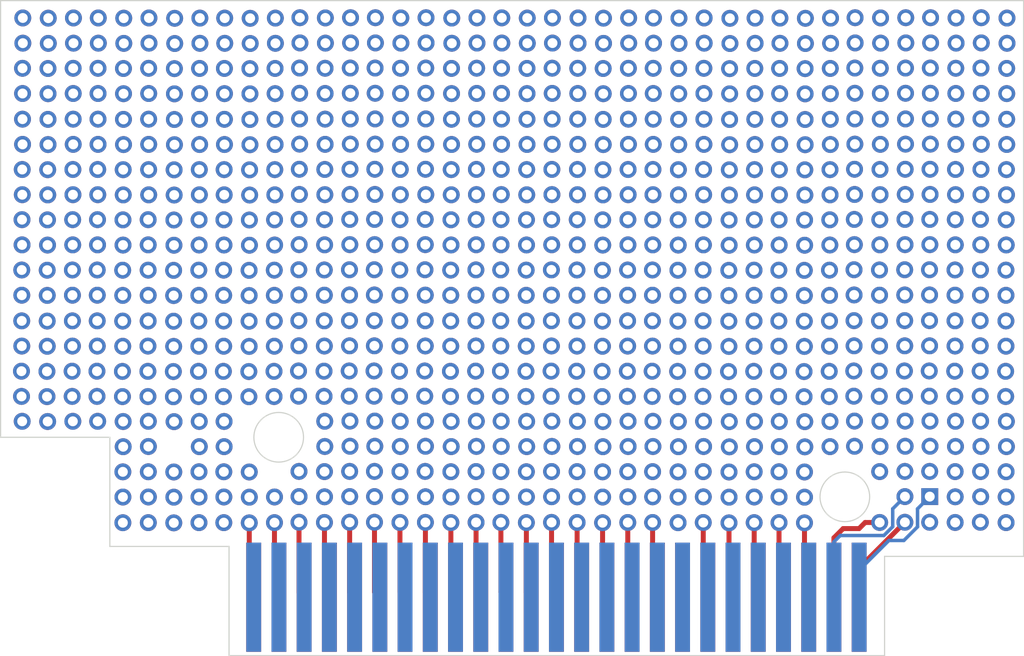
<source format=kicad_pcb>
(kicad_pcb (version 20211014) (generator pcbnew)
  (title_block (title "MSX BUS IDC") (date "2022-12-19") (rev "1.0") (company "RCC"))
  (layers (0 "F.Cu" signal) (31 "B.Cu" signal) (34 "B.Paste" user) (35 "F.Paste" user) (36 "B.SilkS" user "B.Silkscreen") (37 "F.SilkS" user "F.Silkscreen") (38 "B.Mask" user) (39 "F.Mask" user) (44 "Edge.Cuts" user))
  (net 0 "")
  (net 1 "{slash}WR")
  (net 2 "{slash}RD")
  (net 3 "GNDREF")
  (net 4 "+5V")
  (net 5 "+12V")
  (net 6 "-12V")
  (net 9 "{slash}CS1")
  (net 10 "{slash}CS2")
  (net 11 "{slash}CS12")
  (net 12 "{slash}SLTSL")
  (net 13 "{slash}RFSH")
  (net 14 "{slash}WAIT")
  (net 15 "{slash}INT")
  (net 16 "{slash}M1")
  (net 17 "{slash}BUSDIR")
  (net 18 "{slash}IORQ")
  (net 19 "{slash}MREQ")
  (net 20 "{slash}RESET")
  (net 21 "A9")
  (net 22 "A15")
  (net 23 "A11")
  (net 24 "A10")
  (net 25 "A7")
  (net 26 "A6")
  (net 27 "A12")
  (net 28 "A8")
  (net 29 "A14")
  (net 30 "A13")
  (net 31 "A1")
  (net 32 "A0")
  (net 33 "A3")
  (net 34 "A2")
  (net 35 "A5")
  (net 36 "A4")
  (net 37 "D1")
  (net 38 "D0")
  (net 39 "D3")
  (net 40 "D2")
  (net 41 "D5")
  (net 42 "D4")
  (net 43 "D7")
  (net 44 "D6")
  (net 45 "CLOCK")
  (net 46 "SOUNDIN")
  (net 47 "SW1")
  (footprint "" (layer "F.Cu") (at 114.363455 29.172296)
    (fp_text reference "")
    (fp_text value "")
  )
  (footprint "" (layer "F.Cu") (at 147.22473 51.990762)
    (fp_text reference "")
    (fp_text value "")
  )
  (footprint "" (layer "F.Cu") (at 129.526425 57.100416)
    (fp_text reference "")
    (fp_text value "")
  )
  (footprint "" (layer "F.Cu") (at 154.966607 41.898547)
    (fp_text reference "")
    (fp_text value "")
  )
  (footprint "" (layer "F.Cu") (at 73.704551 41.902497)
    (fp_text reference "")
    (fp_text value "")
  )
  (footprint "" (layer "F.Cu") (at 63.393343 59.672666)
    (fp_text reference "")
    (fp_text value "")
  )
  (footprint "" (layer "F.Cu") (at 142.239189 36.75885)
    (fp_text reference "")
    (fp_text value "")
  )
  (footprint "" (layer "F.Cu") (at 126.990192 62.246359)
    (fp_text reference "")
    (fp_text value "")
  )
  (footprint "" (layer "F.Cu") (at 86.255556 54.54305)
    (fp_text reference "")
    (fp_text value "")
  )
  (footprint "" (layer "F.Cu") (at 109.096652 67.273251)
    (fp_text reference "")
    (fp_text value "")
  )
  (footprint "" (layer "F.Cu") (at 93.833001 67.279497)
    (fp_text reference "")
    (fp_text value "")
  )
  (footprint "" (layer "F.Cu") (at 91.34736 46.935635)
    (fp_text reference "")
    (fp_text value "")
  )
  (footprint "" (layer "F.Cu") (at 104.102683 41.87827)
    (fp_text reference "")
    (fp_text value "")
  )
  (footprint "" (layer "F.Cu") (at 121.93555 39.369358)
    (fp_text reference "")
    (fp_text value "")
  )
  (footprint "" (layer "F.Cu") (at 93.855399 59.668716)
    (fp_text reference "")
    (fp_text value "")
  )
  (footprint "" (layer "F.Cu") (at 93.860749 62.208101)
    (fp_text reference "")
    (fp_text value "")
  )
  (footprint "" (layer "F.Cu") (at 71.084999 54.581308)
    (fp_text reference "")
    (fp_text value "")
  )
  (footprint "" (layer "F.Cu") (at 109.197333 39.338885)
    (fp_text reference "")
    (fp_text value "")
  )
  (footprint "" (layer "F.Cu") (at 106.633255 72.342323)
    (fp_text reference "")
    (fp_text value "")
  )
  (footprint "" (layer "F.Cu") (at 154.961414 34.233496)
    (fp_text reference "")
    (fp_text value "")
  )
  (footprint "" (layer "F.Cu") (at 91.308501 79.965692)
    (fp_text reference "")
    (fp_text value "")
  )
  (footprint "" (layer "F.Cu") (at 152.352305 52.004793)
    (fp_text reference "")
    (fp_text value "")
  )
  (footprint "" (layer "F.Cu") (at 78.662444 67.317755)
    (fp_text reference "")
    (fp_text value "")
  )
  (footprint "" (layer "F.Cu") (at 58.390522 52.035266)
    (fp_text reference "")
    (fp_text value "")
  )
  (footprint "" (layer "F.Cu") (at 127.09103 29.186327)
    (fp_text reference "")
    (fp_text value "")
  )
  (footprint "" (layer "F.Cu") (at 147.196982 57.062158)
    (fp_text reference "")
    (fp_text value "")
  )
  (footprint "" (layer "F.Cu") (at 149.861587 29.148069)
    (fp_text reference "")
    (fp_text value "")
  )
  (footprint "" (layer "F.Cu") (at 86.260749 62.208101)
    (fp_text reference "")
    (fp_text value "")
  )
  (footprint "" (layer "F.Cu") (at 86.233001 67.279497)
    (fp_text reference "")
    (fp_text value "")
  )
  (footprint "" (layer "F.Cu") (at 116.810369 79.989919)
    (fp_text reference "")
    (fp_text value "")
  )
  (footprint "" (layer "F.Cu") (at 149.727651 64.740112)
    (fp_text reference "")
    (fp_text value "")
  )
  (footprint "" (layer "F.Cu") (at 137.121075 54.561031)
    (fp_text reference "")
    (fp_text value "")
  )
  (footprint "" (layer "F.Cu") (at 132.099201 39.363112)
    (fp_text reference "")
    (fp_text value "")
  )
  (footprint "" (layer "F.Cu") (at 91.296982 57.062158)
    (fp_text reference "")
    (fp_text value "")
  )
  (footprint "" (layer "F.Cu") (at 76.126425 57.100416)
    (fp_text reference "")
    (fp_text value "")
  )
  (footprint "" (layer "F.Cu") (at 137.171199 72.346273)
    (fp_text reference "")
    (fp_text value "")
  )
  (footprint "" (layer "F.Cu") (at 83.775265 36.738573)
    (fp_text reference "")
    (fp_text value "")
  )
  (footprint "" (layer "F.Cu") (at 78.768475 41.922774)
    (fp_text reference "")
    (fp_text value "")
  )
  (footprint "" (layer "F.Cu") (at 103.991302 64.733866)
    (fp_text reference "")
    (fp_text value "")
  )
  (footprint "" (layer "F.Cu") (at 152.291302 64.733866)
    (fp_text reference "")
    (fp_text value "")
  )
  (footprint "" (layer "F.Cu") (at 129.548823 49.489635)
    (fp_text reference "")
    (fp_text value "")
  )
  (footprint "" (layer "F.Cu") (at 109.1244 62.201855)
    (fp_text reference "")
    (fp_text value "")
  )
  (footprint "" (layer "F.Cu") (at 109.169585 44.410281)
    (fp_text reference "")
    (fp_text value "")
  )
  (footprint "" (layer "F.Cu") (at 144.803013 31.667177)
    (fp_text reference "")
    (fp_text value "")
  )
  (footprint "" (layer "F.Cu") (at 71.129773 69.827165)
    (fp_text reference "")
    (fp_text value "")
  )
  (footprint "" (layer "F.Cu") (at 88.875265 36.738573)
    (fp_text reference "")
    (fp_text value "")
  )
  (footprint "" (layer "F.Cu") (at 78.763282 34.257723)
    (fp_text reference "")
    (fp_text value "")
  )
  (footprint "" (layer "F.Cu") (at 60.943878 44.420477)
    (fp_text reference "")
    (fp_text value "")
  )
  (footprint "" (layer "F.Cu") (at 149.788654 52.011039)
    (fp_text reference "")
    (fp_text value "")
  )
  (footprint "" (layer "F.Cu") (at 119.371783 34.223415)
    (fp_text reference "")
    (fp_text value "")
  )
  (footprint "" (layer "F.Cu") (at 68.498693 62.212051)
    (fp_text reference "")
    (fp_text value "")
  )
  (footprint "" (layer "F.Cu") (at 124.449228 46.959862)
    (fp_text reference "")
    (fp_text value "")
  )
  (footprint "" (layer "F.Cu") (at 66.0409 41.908743)
    (fp_text reference "")
    (fp_text value "")
  )
  (footprint "" (layer "F.Cu") (at 119.376976 41.888466)
    (fp_text reference "")
    (fp_text value "")
  )
  (footprint "" (layer "F.Cu") (at 58.329519 64.764339)
    (fp_text reference "")
    (fp_text value "")
  )
  (footprint "" (layer "F.Cu") (at 96.436406 69.76863)
    (fp_text reference "")
    (fp_text value "")
  )
  (footprint "" (layer "F.Cu") (at 129.521075 54.561031)
    (fp_text reference "")
    (fp_text value "")
  )
  (footprint "" (layer "F.Cu") (at 98.982974 59.682747)
    (fp_text reference "")
    (fp_text value "")
  )
  (footprint "" (layer "F.Cu") (at 144.74736 46.935635)
    (fp_text reference "")
    (fp_text value "")
  )
  (footprint "" (layer "F.Cu") (at 101.630588 31.681208)
    (fp_text reference "")
    (fp_text value "")
  )
  (footprint "" (layer "F.Cu") (at 129.599201 39.363112)
    (fp_text reference "")
    (fp_text value "")
  )
  (footprint "" (layer "F.Cu") (at 147.214008 77.379411)
    (fp_text reference "")
    (fp_text value "")
  )
  (footprint "" (layer "F.Cu") (at 58.463455 29.172296)
    (fp_text reference "")
    (fp_text value "")
  )
  (footprint "" (layer "F.Cu") (at 71.135377 44.454785)
    (fp_text reference "")
    (fp_text value "")
  )
  (footprint "" (layer "F.Cu") (at 63.3935 54.547)
    (fp_text reference "")
    (fp_text value "")
  )
  (footprint "" (layer "F.Cu") (at 101.59749 34.213219)
    (fp_text reference "")
    (fp_text value "")
  )
  (footprint "" (layer "F.Cu") (at 76.09852 67.297478)
    (fp_text reference "")
    (fp_text value "")
  )
  (footprint "" (layer "F.Cu") (at 111.771626 39.349081)
    (fp_text reference "")
    (fp_text value "")
  )
  (footprint "" (layer "F.Cu") (at 147.275265 36.738573)
    (fp_text reference "")
    (fp_text value "")
  )
  (footprint "" (layer "F.Cu") (at 88.808501 79.965692)
    (fp_text reference "")
    (fp_text value "")
  )
  (footprint "" (layer "F.Cu") (at 114.234869 67.303724)
    (fp_text reference "")
    (fp_text value "")
  )
  (footprint "" (layer "F.Cu") (at 83.708658 74.840026)
    (fp_text reference "")
    (fp_text value "")
  )
  (footprint "" (layer "F.Cu") (at 121.87445 74.88453)
    (fp_text reference "")
    (fp_text value "")
  )
  (footprint "" (layer "F.Cu") (at 73.626268 62.226082)
    (fp_text reference "")
    (fp_text value "")
  )
  (footprint "" (layer "F.Cu") (at 55.838274 69.792857)
    (fp_text reference "")
    (fp_text value "")
  )
  (footprint "" (layer "F.Cu") (at 96.41905 59.66247)
    (fp_text reference "")
    (fp_text value "")
  )
  (footprint "" (layer "F.Cu") (at 134.584842 59.706974)
    (fp_text reference "")
    (fp_text value "")
  )
  (footprint "" (layer "F.Cu") (at 71.102025 74.898561)
    (fp_text reference "")
    (fp_text value "")
  )
  (footprint "" (layer "F.Cu") (at 152.369331 72.322046)
    (fp_text reference "")
    (fp_text value "")
  )
  (footprint "" (layer "F.Cu") (at 66.002198 69.813134)
    (fp_text reference "")
    (fp_text value "")
  )
  (footprint "" (layer "F.Cu") (at 114.307548 72.352519)
    (fp_text reference "")
    (fp_text value "")
  )
  (footprint "" (layer "F.Cu") (at 106.588324 62.222132)
    (fp_text reference "")
    (fp_text value "")
  )
  (footprint "" (layer "F.Cu") (at 73.59317 64.758093)
    (fp_text reference "")
    (fp_text value "")
  )
  (footprint "" (layer "F.Cu") (at 96.369077 67.25922)
    (fp_text reference "")
    (fp_text value "")
  )
  (footprint "" (layer "F.Cu") (at 114.229519 64.764339)
    (fp_text reference "")
    (fp_text value "")
  )
  (footprint "" (layer "F.Cu") (at 104.10284 36.752604)
    (fp_text reference "")
    (fp_text value "")
  )
  (footprint "" (layer "F.Cu") (at 142.233839 34.219465)
    (fp_text reference "")
    (fp_text value "")
  )
  (footprint "" (layer "F.Cu") (at 137.09317 64.758093)
    (fp_text reference "")
    (fp_text value "")
  )
  (footprint "" (layer "F.Cu") (at 139.636406 69.76863)
    (fp_text reference "")
    (fp_text value "")
  )
  (footprint "" (layer "F.Cu") (at 121.874293 80.010196)
    (fp_text reference "")
    (fp_text value "")
  )
  (footprint "" (layer "F.Cu") (at 58.413152 46.980139)
    (fp_text reference "")
    (fp_text value "")
  )
  (footprint "" (layer "F.Cu") (at 116.810526 74.864253)
    (fp_text reference "")
    (fp_text value "")
  )
  (footprint "" (layer "F.Cu") (at 88.769077 67.25922)
    (fp_text reference "")
    (fp_text value "")
  )
  (footprint "" (layer "F.Cu") (at 86.272582 74.860303)
    (fp_text reference "")
    (fp_text value "")
  )
  (footprint "" (layer "F.Cu") (at 119.315876 77.403638)
    (fp_text reference "")
    (fp_text value "")
  )
  (footprint "" (layer "F.Cu") (at 116.899531 29.152019)
    (fp_text reference "")
    (fp_text value "")
  )
  (footprint "" (layer "F.Cu") (at 137.120918 59.686697)
    (fp_text reference "")
    (fp_text value "")
  )
  (footprint "" (layer "F.Cu") (at 147.275108 41.864239)
    (fp_text reference "")
    (fp_text value "")
  )
  (footprint "" (layer "F.Cu") (at 88.814008 77.379411)
    (fp_text reference "")
    (fp_text value "")
  )
  (footprint "" (layer "F.Cu") (at 71.168632 36.797108)
    (fp_text reference "")
    (fp_text value "")
  )
  (footprint "" (layer "F.Cu") (at 55.849228 46.959862)
    (fp_text reference "")
    (fp_text value "")
  )
  (footprint "" (layer "F.Cu") (at 106.638859 46.969943)
    (fp_text reference "")
    (fp_text value "")
  )
  (footprint "" (layer "F.Cu") (at 78.712747 49.509912)
    (fp_text reference "")
    (fp_text value "")
  )
  (footprint "" (layer "F.Cu") (at 86.333839 34.219465)
    (fp_text reference "")
    (fp_text value "")
  )
  (footprint "" (layer "F.Cu") (at 99.094512 31.701485)
    (fp_text reference "")
    (fp_text value "")
  )
  (footprint "" (layer "F.Cu") (at 129.571453 44.434508)
    (fp_text reference "")
    (fp_text value "")
  )
  (footprint "" (layer "F.Cu") (at 68.49317 64.758093)
    (fp_text reference "")
    (fp_text value "")
  )
  (footprint "" (layer "F.Cu") (at 86.339032 41.884516)
    (fp_text reference "")
    (fp_text value "")
  )
  (footprint "" (layer "F.Cu") (at 104.074935 46.949666)
    (fp_text reference "")
    (fp_text value "")
  )
  (footprint "" (layer "F.Cu") (at 116.871783 34.223415)
    (fp_text reference "")
    (fp_text value "")
  )
  (footprint "" (layer "F.Cu") (at 88.791475 59.648439)
    (fp_text reference "")
    (fp_text value "")
  )
  (footprint "" (layer "F.Cu") (at 111.721248 49.475604)
    (fp_text reference "")
    (fp_text value "")
  )
  (footprint "" (layer "F.Cu") (at 124.471626 39.349081)
    (fp_text reference "")
    (fp_text value "")
  )
  (footprint "" (layer "F.Cu") (at 86.30568 72.328292)
    (fp_text reference "")
    (fp_text value "")
  )
  (footprint "" (layer "F.Cu") (at 91.34201 44.39625)
    (fp_text reference "")
    (fp_text value "")
  )
  (footprint "" (layer "F.Cu") (at 119.310369 79.989919)
    (fp_text reference "")
    (fp_text value "")
  )
  (footprint "" (layer "F.Cu") (at 129.565849 69.806888)
    (fp_text reference "")
    (fp_text value "")
  )
  (footprint "" (layer "F.Cu") (at 144.769915 34.199188)
    (fp_text reference "")
    (fp_text value "")
  )
  (footprint "" (layer "F.Cu") (at 139.675265 36.738573)
    (fp_text reference "")
    (fp_text value "")
  )
  (footprint "" (layer "F.Cu") (at 101.536076 79.979723)
    (fp_text reference "")
    (fp_text value "")
  )
  (footprint "" (layer "F.Cu") (at 65.974293 80.010196)
    (fp_text reference "")
    (fp_text value "")
  )
  (footprint "" (layer "F.Cu") (at 99.061414 34.233496)
    (fp_text reference "")
    (fp_text value "")
  )
  (footprint "" (layer "F.Cu") (at 139.596825 62.187824)
    (fp_text reference "")
    (fp_text value "")
  )
  (footprint "" (layer "F.Cu") (at 137.199358 34.237446)
    (fp_text reference "")
    (fp_text value "")
  )
  (footprint "" (layer "F.Cu") (at 124.39317 64.758093)
    (fp_text reference "")
    (fp_text value "")
  )
  (footprint "" (layer "F.Cu") (at 101.563981 69.782661)
    (fp_text reference "")
    (fp_text value "")
  )
  (footprint "" (layer "F.Cu") (at 78.702025 74.898561)
    (fp_text reference "")
    (fp_text value "")
  )
  (footprint "" (layer "F.Cu") (at 98.983131 54.557081)
    (fp_text reference "")
    (fp_text value "")
  )
  (footprint "" (layer "F.Cu") (at 124.3935 54.547)
    (fp_text reference "")
    (fp_text value "")
  )
  (footprint "" (layer "F.Cu") (at 76.154173 52.02902)
    (fp_text reference "")
    (fp_text value "")
  )
  (footprint "" (layer "F.Cu") (at 152.341583 77.393442)
    (fp_text reference "")
    (fp_text value "")
  )
  (footprint "" (layer "F.Cu") (at 81.332456 31.705435)
    (fp_text reference "")
    (fp_text value "")
  )
  (footprint "" (layer "F.Cu") (at 81.221075 54.561031)
    (fp_text reference "")
    (fp_text value "")
  )
  (footprint "" (layer "F.Cu") (at 104.052305 52.004793)
    (fp_text reference "")
    (fp_text value "")
  )
  (footprint "" (layer "F.Cu") (at 71.168475 41.922774)
    (fp_text reference "")
    (fp_text value "")
  )
  (footprint "" (layer "F.Cu") (at 114.285172 49.495881)
    (fp_text reference "")
    (fp_text value "")
  )
  (footprint "" (layer "F.Cu") (at 63.476976 41.888466)
    (fp_text reference "")
    (fp_text value "")
  )
  (footprint "" (layer "F.Cu") (at 55.899531 29.152019)
    (fp_text reference "")
    (fp_text value "")
  )
  (footprint "" (layer "F.Cu") (at 76.176803 46.973893)
    (fp_text reference "")
    (fp_text value "")
  )
  (footprint "" (layer "F.Cu") (at 116.849228 46.959862)
    (fp_text reference "")
    (fp_text value "")
  )
  (footprint "" (layer "F.Cu") (at 88.841756 72.308015)
    (fp_text reference "")
    (fp_text value "")
  )
  (footprint "" (layer "F.Cu") (at 65.962617 62.232328)
    (fp_text reference "")
    (fp_text value "")
  )
  (footprint "" (layer "F.Cu") (at 134.590192 62.246359)
    (fp_text reference "")
    (fp_text value "")
  )
  (footprint "" (layer "F.Cu") (at 132.071453 44.434508)
    (fp_text reference "")
    (fp_text value "")
  )
  (footprint "" (layer "F.Cu") (at 101.597333 39.338885)
    (fp_text reference "")
    (fp_text value "")
  )
  (footprint "" (layer "F.Cu") (at 96.441756 72.308015)
    (fp_text reference "")
    (fp_text value "")
  )
  (footprint "" (layer "F.Cu") (at 134.590349 57.120693)
    (fp_text reference "")
    (fp_text value "")
  )
  (footprint "" (layer "F.Cu") (at 149.760749 62.208101)
    (fp_text reference "")
    (fp_text value "")
  )
  (footprint "" (layer "F.Cu") (at 63.471626 39.349081)
    (fp_text reference "")
    (fp_text value "")
  )
  (footprint "" (layer "F.Cu") (at 76.204708 36.776831)
    (fp_text reference "")
    (fp_text value "")
  )
  (footprint "" (layer "F.Cu") (at 137.199201 39.363112)
    (fp_text reference "")
    (fp_text value "")
  )
  (footprint "" (layer "F.Cu") (at 127.09638 31.725712)
    (fp_text reference "")
    (fp_text value "")
  )
  (footprint "" (layer "F.Cu") (at 109.152305 52.004793)
    (fp_text reference "")
    (fp_text value "")
  )
  (footprint "" (layer "F.Cu") (at 109.163981 69.782661)
    (fp_text reference "")
    (fp_text value "")
  )
  (footprint "" (layer "F.Cu") (at 147.208501 79.965692)
    (fp_text reference "")
    (fp_text value "")
  )
  (footprint "" (layer "F.Cu") (at 60.999531 29.152019)
    (fp_text reference "")
    (fp_text value "")
  )
  (footprint "" (layer "F.Cu") (at 55.826598 52.014989)
    (fp_text reference "")
    (fp_text value "")
  )
  (footprint "" (layer "F.Cu") (at 106.627905 69.802938)
    (fp_text reference "")
    (fp_text value "")
  )
  (footprint "" (layer "F.Cu") (at 132.043451 77.417669)
    (fp_text reference "")
    (fp_text value "")
  )
  (footprint "" (layer "F.Cu") (at 104.024557 57.076189)
    (fp_text reference "")
    (fp_text value "")
  )
  (footprint "" (layer "F.Cu") (at 114.307802 44.440754)
    (fp_text reference "")
    (fp_text value "")
  )
  (footprint "" (layer "F.Cu") (at 58.402198 69.813134)
    (fp_text reference "")
    (fp_text value "")
  )
  (footprint "" (layer "F.Cu") (at 109.19749 34.213219)
    (fp_text reference "")
    (fp_text value "")
  )
  (footprint "" (layer "F.Cu") (at 99.061257 39.359162)
    (fp_text reference "")
    (fp_text value "")
  )
  (footprint "" (layer "F.Cu") (at 127.040727 46.99417)
    (fp_text reference "")
    (fp_text value "")
  )
  (footprint "" (layer "F.Cu") (at 152.369585 44.410281)
    (fp_text reference "")
    (fp_text value "")
  )
  (footprint "" (layer "F.Cu") (at 139.62473 51.990762)
    (fp_text reference "")
    (fp_text value "")
  )
  (footprint "" (layer "F.Cu") (at 134.635377 44.454785)
    (fp_text reference "")
    (fp_text value "")
  )
  (footprint "" (layer "F.Cu") (at 58.441057 36.783077)
    (fp_text reference "")
    (fp_text value "")
  )
  (footprint "" (layer "F.Cu") (at 63.499531 29.152019)
    (fp_text reference "")
    (fp_text value "")
  )
  (footprint "" (layer "F.Cu") (at 76.137944 80.00395)
    (fp_text reference "")
    (fp_text value "")
  )
  (footprint "" (layer "F.Cu") (at 78.735377 44.454785)
    (fp_text reference "")
    (fp_text value "")
  )
  (footprint "" (layer "F.Cu") (at 76.126268 62.226082)
    (fp_text reference "")
    (fp_text value "")
  )
  (footprint "" (layer "F.Cu") (at 152.319207 54.536804)
    (fp_text reference "")
    (fp_text value "")
  )
  (footprint "" (layer "F.Cu") (at 116.765595 64.744062)
    (fp_text reference "")
    (fp_text value "")
  )
  (footprint "" (layer "F.Cu") (at 76.171199 72.346273)
    (fp_text reference "")
    (fp_text value "")
  )
  (footprint "" (layer "F.Cu") (at 83.803013 31.667177)
    (fp_text reference "")
    (fp_text value "")
  )
  (footprint "" (layer "F.Cu") (at 144.775108 41.864239)
    (fp_text reference "")
    (fp_text value "")
  )
  (footprint "" (layer "F.Cu") (at 63.426598 52.014989)
    (fp_text reference "")
    (fp_text value "")
  )
  (footprint "" (layer "F.Cu") (at 144.736406 69.76863)
    (fp_text reference "")
    (fp_text value "")
  )
  (footprint "" (layer "F.Cu") (at 83.775108 41.864239)
    (fp_text reference "")
    (fp_text value "")
  )
  (footprint "" (layer "F.Cu") (at 142.172582 74.860303)
    (fp_text reference "")
    (fp_text value "")
  )
  (footprint "" (layer "F.Cu") (at 144.769758 39.324854)
    (fp_text reference "")
    (fp_text value "")
  )
  (footprint "" (layer "F.Cu") (at 88.897663 29.127792)
    (fp_text reference "")
    (fp_text value "")
  )
  (footprint "" (layer "F.Cu") (at 99.089162 29.1621)
    (fp_text reference "")
    (fp_text value "")
  )
  (footprint "" (layer "F.Cu") (at 96.436076 79.979723)
    (fp_text reference "")
    (fp_text value "")
  )
  (footprint "" (layer "F.Cu") (at 111.710526 74.864253)
    (fp_text reference "")
    (fp_text value "")
  )
  (footprint "" (layer "F.Cu") (at 106.694512 31.701485)
    (fp_text reference "")
    (fp_text value "")
  )
  (footprint "" (layer "F.Cu") (at 73.648823 49.489635)
    (fp_text reference "")
    (fp_text value "")
  )
  (footprint "" (layer "F.Cu") (at 83.691632 54.522773)
    (fp_text reference "")
    (fp_text value "")
  )
  (footprint "" (layer "F.Cu") (at 55.770945 67.283447)
    (fp_text reference "")
    (fp_text value "")
  )
  (footprint "" (layer "F.Cu") (at 111.738274 69.792857)
    (fp_text reference "")
    (fp_text value "")
  )
  (footprint "" (layer "F.Cu") (at 129.554173 52.02902)
    (fp_text reference "")
    (fp_text value "")
  )
  (footprint "" (layer "F.Cu") (at 116.904881 31.691404)
    (fp_text reference "")
    (fp_text value "")
  )
  (footprint "" (layer "F.Cu") (at 149.833839 34.219465)
    (fp_text reference "")
    (fp_text value "")
  )
  (footprint "" (layer "F.Cu") (at 116.770945 67.283447)
    (fp_text reference "")
    (fp_text value "")
  )
  (footprint "" (layer "F.Cu") (at 106.583131 54.557081)
    (fp_text reference "")
    (fp_text value "")
  )
  (footprint "" (layer "F.Cu") (at 73.637944 80.00395)
    (fp_text reference "")
    (fp_text value "")
  )
  (footprint "" (layer "F.Cu") (at 101.491302 64.733866)
    (fp_text reference "")
    (fp_text value "")
  )
  (footprint "" (layer "F.Cu") (at 101.552305 52.004793)
    (fp_text reference "")
    (fp_text value "")
  )
  (footprint "" (layer "F.Cu") (at 152.296652 67.273251)
    (fp_text reference "")
    (fp_text value "")
  )
  (footprint "" (layer "F.Cu") (at 55.7935 54.547)
    (fp_text reference "")
    (fp_text value "")
  )
  (footprint "" (layer "F.Cu") (at 134.562444 67.317755)
    (fp_text reference "")
    (fp_text value "")
  )
  (footprint "" (layer "F.Cu") (at 124.415876 77.403638)
    (fp_text reference "")
    (fp_text value "")
  )
  (footprint "" (layer "F.Cu") (at 132.099358 34.237446)
    (fp_text reference "")
    (fp_text value "")
  )
  (footprint "" (layer "F.Cu") (at 137.154173 52.02902)
    (fp_text reference "")
    (fp_text value "")
  )
  (footprint "" (layer "F.Cu") (at 139.64201 44.39625)
    (fp_text reference "")
    (fp_text value "")
  )
  (footprint "" (layer "F.Cu") (at 106.661257 39.359162)
    (fp_text reference "")
    (fp_text value "")
  )
  (footprint "" (layer "F.Cu") (at 83.669077 67.25922)
    (fp_text reference "")
    (fp_text value "")
  )
  (footprint "" (layer "F.Cu") (at 83.74201 44.39625)
    (fp_text reference "")
    (fp_text value "")
  )
  (footprint "" (layer "F.Cu") (at 114.257424 54.567277)
    (fp_text reference "")
    (fp_text value "")
  )
  (footprint "" (layer "F.Cu") (at 137.227106 29.16605)
    (fp_text reference "")
    (fp_text value "")
  )
  (footprint "" (layer "F.Cu") (at 63.39885 57.086385)
    (fp_text reference "")
    (fp_text value "")
  )
  (footprint "" (layer "F.Cu") (at 104.069585 44.410281)
    (fp_text reference "")
    (fp_text value "")
  )
  (footprint "" (layer "F.Cu") (at 147.297663 29.127792)
    (fp_text reference "")
    (fp_text value "")
  )
  (footprint "" (layer "F.Cu") (at 86.277932 77.399688)
    (fp_text reference "")
    (fp_text value "")
  )
  (footprint "" (layer "F.Cu") (at 111.743878 44.420477)
    (fp_text reference "")
    (fp_text value "")
  )
  (footprint "" (layer "F.Cu") (at 131.99317 64.758093)
    (fp_text reference "")
    (fp_text value "")
  )
  (footprint "" (layer "F.Cu") (at 149.755399 59.668716)
    (fp_text reference "")
    (fp_text value "")
  )
  (footprint "" (layer "F.Cu") (at 96.475265 36.738573)
    (fp_text reference "")
    (fp_text value "")
  )
  (footprint "" (layer "F.Cu") (at 109.141583 77.393442)
    (fp_text reference "")
    (fp_text value "")
  )
  (footprint "" (layer "F.Cu") (at 83.691475 59.648439)
    (fp_text reference "")
    (fp_text value "")
  )
  (footprint "" (layer "F.Cu") (at 88.763727 64.719835)
    (fp_text reference "")
    (fp_text value "")
  )
  (footprint "" (layer "F.Cu") (at 109.230588 31.681208)
    (fp_text reference "")
    (fp_text value "")
  )
  (footprint "" (layer "F.Cu") (at 106.6 80)
    (fp_text reference "")
    (fp_text value "")
  )
  (footprint "" (layer "F.Cu") (at 68.604881 31.691404)
    (fp_text reference "")
    (fp_text value "")
  )
  (footprint "" (layer "F.Cu") (at 142.266937 31.687454)
    (fp_text reference "")
    (fp_text value "")
  )
  (footprint "" (layer "F.Cu") (at 109.169331 72.322046)
    (fp_text reference "")
    (fp_text value "")
  )
  (footprint "" (layer "F.Cu") (at 91.308658 74.840026)
    (fp_text reference "")
    (fp_text value "")
  )
  (footprint "" (layer "F.Cu") (at 134.663125 39.383389)
    (fp_text reference "")
    (fp_text value "")
  )
  (footprint "" (layer "F.Cu") (at 134.69103 29.186327)
    (fp_text reference "")
    (fp_text value "")
  )
  (footprint "" (layer "F.Cu") (at 129.627106 29.16605)
    (fp_text reference "")
    (fp_text value "")
  )
  (footprint "" (layer "F.Cu") (at 142.20568 72.328292)
    (fp_text reference "")
    (fp_text value "")
  )
  (footprint "" (layer "F.Cu") (at 132.127106 29.16605)
    (fp_text reference "")
    (fp_text value "")
  )
  (footprint "" (layer "F.Cu") (at 147.236406 69.76863)
    (fp_text reference "")
    (fp_text value "")
  )
  (footprint "" (layer "F.Cu") (at 101.541583 77.393442)
    (fp_text reference "")
    (fp_text value "")
  )
  (footprint "" (layer "F.Cu") (at 152.374935 46.949666)
    (fp_text reference "")
    (fp_text value "")
  )
  (footprint "" (layer "F.Cu") (at 104.097333 39.338885)
    (fp_text reference "")
    (fp_text value "")
  )
  (footprint "" (layer "F.Cu") (at 78.684999 54.581308)
    (fp_text reference "")
    (fp_text value "")
  )
  (footprint "" (layer "F.Cu") (at 73.638101 74.878284)
    (fp_text reference "")
    (fp_text value "")
  )
  (footprint "" (layer "F.Cu") (at 76.138101 74.878284)
    (fp_text reference "")
    (fp_text value "")
  )
  (footprint "" (layer "F.Cu") (at 137.176803 46.973893)
    (fp_text reference "")
    (fp_text value "")
  )
  (footprint "" (layer "F.Cu") (at 139.64736 46.935635)
    (fp_text reference "")
    (fp_text value "")
  )
  (footprint "" (layer "F.Cu") (at 101.60284 36.752604)
    (fp_text reference "")
    (fp_text value "")
  )
  (footprint "" (layer "F.Cu") (at 139.675108 41.864239)
    (fp_text reference "")
    (fp_text value "")
  )
  (footprint "" (layer "F.Cu") (at 96.42473 51.990762)
    (fp_text reference "")
    (fp_text value "")
  )
  (footprint "" (layer "F.Cu") (at 142.261587 29.148069)
    (fp_text reference "")
    (fp_text value "")
  )
  (footprint "" (layer "F.Cu") (at 93.933839 34.219465)
    (fp_text reference "")
    (fp_text value "")
  )
  (footprint "" (layer "F.Cu") (at 65.990522 52.035266)
    (fp_text reference "")
    (fp_text value "")
  )
  (footprint "" (layer "F.Cu") (at 93.939032 41.884516)
    (fp_text reference "")
    (fp_text value "")
  )
  (footprint "" (layer "F.Cu") (at 129.571199 72.346273)
    (fp_text reference "")
    (fp_text value "")
  )
  (footprint "" (layer "F.Cu") (at 147.24201 44.39625)
    (fp_text reference "")
    (fp_text value "")
  )
  (footprint "" (layer "F.Cu") (at 116.798693 62.212051)
    (fp_text reference "")
    (fp_text value "")
  )
  (footprint "" (layer "F.Cu") (at 83.74736 46.935635)
    (fp_text reference "")
    (fp_text value "")
  )
  (footprint "" (layer "F.Cu") (at 129.520918 59.686697)
    (fp_text reference "")
    (fp_text value "")
  )
  (footprint "Roni Footprints:MSX_CART" (layer "F.Cu") (at 103.3244 58.001855)
    (fp_text reference "CONN1" hide)
    (fp_text value "MSX_BUS" hide)
    (fp_line (start -26.66 35.4) (end 39.34 35.4) (layer "Edge.Cuts") (width 0.12))
    (fp_line (start -26.66 35.4) (end -26.66 24.4) (layer "Edge.Cuts") (width 0.12))
    (fp_line (start -38.66 13.4) (end -38.66 24.4) (layer "Edge.Cuts") (width 0.12))
    (fp_line (start 39.34 25.4) (end 39.34 35.4) (layer "Edge.Cuts") (width 0.12))
    (fp_line (start 53.34 -30.6) (end -49.66 -30.6) (layer "Edge.Cuts") (width 0.12))
    (fp_line (start 53.34 -30.6) (end 53.34 25.4) (layer "Edge.Cuts") (width 0.12))
    (fp_line (start -38.66 24.4) (end -26.66 24.4) (layer "Edge.Cuts") (width 0.12))
    (fp_line (start -49.66 13.4) (end -38.66 13.4) (layer "Edge.Cuts") (width 0.12))
    (fp_line (start 39.34 25.4) (end 53.34 25.4) (layer "Edge.Cuts") (width 0.12))
    (fp_line (start -49.66 13.4) (end -49.66 -30.6) (layer "Edge.Cuts") (width 0.12))
    (fp_circle (center 35.34 19.4) (end 37.84 19.4) (layer "Edge.Cuts") (width 0.12) (fill none))
    (fp_circle (center -21.66 13.4) (end -19.16 13.4) (layer "Edge.Cuts") (width 0.12) (fill none))
  )
  (footprint "" (layer "F.Cu") (at 134.69638 31.725712)
    (fp_text reference "")
    (fp_text value "")
  )
  (footprint "" (layer "F.Cu") (at 144.708501 79.965692)
    (fp_text reference "")
    (fp_text value "")
  )
  (footprint "" (layer "F.Cu") (at 93.90568 72.328292)
    (fp_text reference "")
    (fp_text value "")
  )
  (footprint "" (layer "F.Cu") (at 121.8798 77.423915)
    (fp_text reference "")
    (fp_text value "")
  )
  (footprint "" (layer "F.Cu") (at 154.916229 52.02507)
    (fp_text reference "")
    (fp_text value "")
  )
  (footprint "" (layer "F.Cu") (at 104.130588 31.681208)
    (fp_text reference "")
    (fp_text value "")
  )
  (footprint "" (layer "F.Cu") (at 86.305934 44.416527)
    (fp_text reference "")
    (fp_text value "")
  )
  (footprint "" (layer "F.Cu") (at 126.957094 64.77837)
    (fp_text reference "")
    (fp_text value "")
  )
  (footprint "" (layer "F.Cu") (at 127.012747 49.509912)
    (fp_text reference "")
    (fp_text value "")
  )
  (footprint "" (layer "F.Cu") (at 78.684842 59.706974)
    (fp_text reference "")
    (fp_text value "")
  )
  (footprint "" (layer "F.Cu") (at 147.269758 39.324854)
    (fp_text reference "")
    (fp_text value "")
  )
  (footprint "" (layer "F.Cu") (at 144.663727 64.719835)
    (fp_text reference "")
    (fp_text value "")
  )
  (footprint "" (layer "F.Cu") (at 114.274293 80.010196)
    (fp_text reference "")
    (fp_text value "")
  )
  (footprint "" (layer "F.Cu") (at 96.424557 57.076189)
    (fp_text reference "")
    (fp_text value "")
  )
  (footprint "" (layer "F.Cu") (at 127.063282 34.257723)
    (fp_text reference "")
    (fp_text value "")
  )
  (footprint "" (layer "F.Cu") (at 81.243451 77.417669)
    (fp_text reference "")
    (fp_text value "")
  )
  (footprint "" (layer "F.Cu") (at 154.933255 72.342323)
    (fp_text reference "")
    (fp_text value "")
  )
  (footprint "" (layer "F.Cu") (at 116.838274 69.792857)
    (fp_text reference "")
    (fp_text value "")
  )
  (footprint "" (layer "F.Cu") (at 106.661414 34.233496)
    (fp_text reference "")
    (fp_text value "")
  )
  (footprint "" (layer "F.Cu") (at 124.410369 79.989919)
    (fp_text reference "")
    (fp_text value "")
  )
  (footprint "" (layer "F.Cu") (at 55.793343 59.672666)
    (fp_text reference "")
    (fp_text value "")
  )
  (footprint "" (layer "F.Cu") (at 137.165849 69.806888)
    (fp_text reference "")
    (fp_text value "")
  )
  (footprint "" (layer "F.Cu") (at 119.270945 67.283447)
    (fp_text reference "")
    (fp_text value "")
  )
  (footprint "" (layer "F.Cu") (at 86.361587 29.148069)
    (fp_text reference "")
    (fp_text value "")
  )
  (footprint "" (layer "F.Cu") (at 121.935707 34.243692)
    (fp_text reference "")
    (fp_text value "")
  )
  (footprint "" (layer "F.Cu") (at 109.119207 54.536804)
    (fp_text reference "")
    (fp_text value "")
  )
  (footprint "" (layer "F.Cu") (at 139.591475 59.648439)
    (fp_text reference "")
    (fp_text value "")
  )
  (footprint "" (layer "F.Cu") (at 111.743624 72.332242)
    (fp_text reference "")
    (fp_text value "")
  )
  (footprint "" (layer "F.Cu") (at 124.370945 67.283447)
    (fp_text reference "")
    (fp_text value "")
  )
  (footprint "" (layer "F.Cu") (at 126.990349 57.120693)
    (fp_text reference "")
    (fp_text value "")
  )
  (footprint "" (layer "F.Cu") (at 83.714008 77.379411)
    (fp_text reference "")
    (fp_text value "")
  )
  (footprint "" (layer "F.Cu") (at 68.577133 36.7628)
    (fp_text reference "")
    (fp_text value "")
  )
  (footprint "" (layer "F.Cu") (at 101.569585 44.410281)
    (fp_text reference "")
    (fp_text value "")
  )
  (footprint "" (layer "F.Cu") (at 149.866937 31.687454)
    (fp_text reference "")
    (fp_text value "")
  )
  (footprint "" (layer "F.Cu") (at 154.900157 74.874334)
    (fp_text reference "")
    (fp_text value "")
  )
  (footprint "" (layer "F.Cu") (at 55.871783 34.223415)
    (fp_text reference "")
    (fp_text value "")
  )
  (footprint "" (layer "F.Cu") (at 137.204551 41.902497)
    (fp_text reference "")
    (fp_text value "")
  )
  (footprint "" (layer "F.Cu") (at 88.869758 39.324854)
    (fp_text reference "")
    (fp_text value "")
  )
  (footprint "" (layer "F.Cu") (at 66.013152 46.980139)
    (fp_text reference "")
    (fp_text value "")
  )
  (footprint "" (layer "F.Cu") (at 121.907802 44.440754)
    (fp_text reference "")
    (fp_text value "")
  )
  (footprint "" (layer "F.Cu") (at 126.962444 67.317755)
    (fp_text reference "")
    (fp_text value "")
  )
  (footprint "" (layer "F.Cu") (at 91.336406 69.76863)
    (fp_text reference "")
    (fp_text value "")
  )
  (footprint "" (layer "F.Cu") (at 142.160749 62.208101)
    (fp_text reference "")
    (fp_text value "")
  )
  (footprint "" (layer "F.Cu") (at 63.370945 67.283447)
    (fp_text reference "")
    (fp_text value "")
  )
  (footprint "" (layer "F.Cu") (at 55.821248 49.475604)
    (fp_text reference "")
    (fp_text value "")
  )
  (footprint "" (layer "F.Cu") (at 78.79103 29.186327)
    (fp_text reference "")
    (fp_text value "")
  )
  (footprint "" (layer "F.Cu") (at 58.435707 34.243692)
    (fp_text reference "")
    (fp_text value "")
  )
  (footprint "" (layer "F.Cu") (at 109.091302 64.733866)
    (fp_text reference "")
    (fp_text value "")
  )
  (footprint "" (layer "F.Cu") (at 73.699201 39.363112)
    (fp_text reference "")
    (fp_text value "")
  )
  (footprint "" (layer "F.Cu") (at 144.714008 77.379411)
    (fp_text reference "")
    (fp_text value "")
  )
  (footprint "" (layer "F.Cu") (at 149.80568 72.328292)
    (fp_text reference "")
    (fp_text value "")
  )
  (footprint "" (layer "F.Cu") (at 137.126268 62.226082)
    (fp_text reference "")
    (fp_text value "")
  )
  (footprint "" (layer "F.Cu") (at 137.09852 67.297478)
    (fp_text reference "")
    (fp_text value "")
  )
  (footprint "" (layer "F.Cu") (at 93.939189 36.75885)
    (fp_text reference "")
    (fp_text value "")
  )
  (footprint "" (layer "F.Cu") (at 114.313152 46.980139)
    (fp_text reference "")
    (fp_text value "")
  )
  (footprint "" (layer "F.Cu") (at 81.220918 59.686697)
    (fp_text reference "")
    (fp_text value "")
  )
  (footprint "" (layer "F.Cu") (at 96.475108 41.864239)
    (fp_text reference "")
    (fp_text value "")
  )
  (footprint "" (layer "F.Cu") (at 119.338274 69.792857)
    (fp_text reference "")
    (fp_text value "")
  )
  (footprint "" (layer "F.Cu") (at 109.136076 79.979723)
    (fp_text reference "")
    (fp_text value "")
  )
  (footprint "" (layer "F.Cu") (at 139.569077 67.25922)
    (fp_text reference "")
    (fp_text value "")
  )
  (footprint "" (layer "F.Cu") (at 134.618097 52.049297)
    (fp_text reference "")
    (fp_text value "")
  )
  (footprint "" (layer "F.Cu") (at 119.310526 74.864253)
    (fp_text reference "")
    (fp_text value "")
  )
  (footprint "" (layer "F.Cu") (at 98.988324 62.222132)
    (fp_text reference "")
    (fp_text value "")
  )
  (footprint "" (layer "F.Cu") (at 58.334869 67.303724)
    (fp_text reference "")
    (fp_text value "")
  )
  (footprint "" (layer "F.Cu") (at 73.699358 34.237446)
    (fp_text reference "")
    (fp_text value "")
  )
  (footprint "" (layer "F.Cu") (at 116.7935 54.547)
    (fp_text reference "")
    (fp_text value "")
  )
  (footprint "" (layer "F.Cu") (at 114.3409 41.908743)
    (fp_text reference "")
    (fp_text value "")
  )
  (footprint "" (layer "F.Cu") (at 98.988481 57.096466)
    (fp_text reference "")
    (fp_text value "")
  )
  (footprint "" (layer "F.Cu") (at 132.038101 74.878284)
    (fp_text reference "")
    (fp_text value "")
  )
  (footprint "" (layer "F.Cu") (at 121.857424 54.567277)
    (fp_text reference "")
    (fp_text value "")
  )
  (footprint "" (layer "F.Cu") (at 142.233682 39.345131)
    (fp_text reference "")
    (fp_text value "")
  )
  (footprint "" (layer "F.Cu") (at 111.715876 77.403638)
    (fp_text reference "")
    (fp_text value "")
  )
  (footprint "" (layer "F.Cu") (at 154.961257 39.359162)
    (fp_text reference "")
    (fp_text value "")
  )
  (footprint "" (layer "F.Cu") (at 152.369915 34.199188)
    (fp_text reference "")
    (fp_text value "")
  )
  (footprint "" (layer "F.Cu") (at 60.921248 49.475604)
    (fp_text reference "")
    (fp_text value "")
  )
  (footprint "" (layer "F.Cu") (at 91.375265 36.738573)
    (fp_text reference "")
    (fp_text value "")
  )
  (footprint "" (layer "F.Cu") (at 104.019207 54.536804)
    (fp_text reference "")
    (fp_text value "")
  )
  (footprint "" (layer "F.Cu") (at 73.59852 67.297478)
    (fp_text reference "")
    (fp_text value "")
  )
  (footprint "" (layer "F.Cu") (at 116.79885 57.086385)
    (fp_text reference "")
    (fp_text value "")
  )
  (footprint "" (layer "F.Cu") (at 71.107375 77.437946)
    (fp_text reference "")
    (fp_text value "")
  )
  (footprint "" (layer "F.Cu") (at 78.701868 80.024227)
    (fp_text reference "")
    (fp_text value "")
  )
  (footprint "" (layer "F.Cu") (at 88.903013 31.667177)
    (fp_text reference "")
    (fp_text value "")
  )
  (footprint "" (layer "F.Cu") (at 68.543624 72.332242)
    (fp_text reference "")
    (fp_text value "")
  )
  (footprint "" (layer "F.Cu") (at 83.708501 79.965692)
    (fp_text reference "")
    (fp_text value "")
  )
  (footprint "" (layer "F.Cu") (at 55.765595 64.744062)
    (fp_text reference "")
    (fp_text value "")
  )
  (footprint "" (layer "F.Cu") (at 142.133001 67.279497)
    (fp_text reference "")
    (fp_text value "")
  )
  (footprint "" (layer "F.Cu") (at 111.710369 79.989919)
    (fp_text reference "")
    (fp_text value "")
  )
  (footprint "" (layer "F.Cu") (at 58.4409 41.908743)
    (fp_text reference "")
    (fp_text value "")
  )
  (footprint "" (layer "F.Cu") (at 71.062444 67.317755)
    (fp_text reference "")
    (fp_text value "")
  )
  (footprint "" (layer "F.Cu") (at 121.834869 67.303724)
    (fp_text reference "")
    (fp_text value "")
  )
  (footprint "" (layer "F.Cu") (at 71.140727 46.99417)
    (fp_text reference "")
    (fp_text value "")
  )
  (footprint "" (layer "F.Cu") (at 116.793343 59.672666)
    (fp_text reference "")
    (fp_text value "")
  )
  (footprint "" (layer "F.Cu") (at 142.155399 59.668716)
    (fp_text reference "")
    (fp_text value "")
  )
  (footprint "" (layer "F.Cu") (at 129.604708 36.776831)
    (fp_text reference "")
    (fp_text value "")
  )
  (footprint "" (layer "F.Cu") (at 147.303013 31.667177)
    (fp_text reference "")
    (fp_text value "")
  )
  (footprint "" (layer "F.Cu") (at 111.670945 67.283447)
    (fp_text reference "")
    (fp_text value "")
  )
  (footprint "" (layer "F.Cu") (at 154.938859 46.969943)
    (fp_text reference "")
    (fp_text value "")
  )
  (footprint "" (layer "F.Cu") (at 131.99852 67.297478)
    (fp_text reference "")
    (fp_text value "")
  )
  (footprint "" (layer "F.Cu") (at 139.703013 31.667177)
    (fp_text reference "")
    (fp_text value "")
  )
  (footprint "" (layer "F.Cu") (at 132.071199 72.346273)
    (fp_text reference "")
    (fp_text value "")
  )
  (footprint "" (layer "F.Cu") (at 65.929519 64.764339)
    (fp_text reference "")
    (fp_text value "")
  )
  (footprint "" (layer "F.Cu") (at 104.036233 74.854057)
    (fp_text reference "")
    (fp_text value "")
  )
  (footprint "" (layer "F.Cu") (at 111.799531 29.152019)
    (fp_text reference "")
    (fp_text value "")
  )
  (footprint "" (layer "F.Cu") (at 132.037944 80.00395)
    (fp_text reference "")
    (fp_text value "")
  )
  (footprint "" (layer "F.Cu") (at 68.571453 44.434508)
    (fp_text reference "")
    (fp_text value "")
  )
  (footprint "" (layer "F.Cu") (at 71.118097 52.049297)
    (fp_text reference "")
    (fp_text value "")
  )
  (footprint "" (layer "F.Cu") (at 132.026425 57.100416)
    (fp_text reference "")
    (fp_text value "")
  )
  (footprint "" (layer "F.Cu") (at 134.607375 77.437946)
    (fp_text reference "")
    (fp_text value "")
  )
  (footprint "" (layer "F.Cu") (at 60.971626 39.349081)
    (fp_text reference "")
    (fp_text value "")
  )
  (footprint "" (layer "F.Cu") (at 68.526425 57.100416)
    (fp_text reference "")
    (fp_text value "")
  )
  (footprint "" (layer "F.Cu") (at 96.408658 74.840026)
    (fp_text reference "")
    (fp_text value "")
  )
  (footprint "" (layer "F.Cu") (at 83.71938 49.451377)
    (fp_text reference "")
    (fp_text value "")
  )
  (footprint "" (layer "F.Cu") (at 121.941057 36.783077)
    (fp_text reference "")
    (fp_text value "")
  )
  (footprint "" (layer "F.Cu") (at 106.616229 52.02507)
    (fp_text reference "")
    (fp_text value "")
  )
  (footprint "" (layer "F.Cu") (at 127.007375 77.437946)
    (fp_text reference "")
    (fp_text value "")
  )
  (footprint "" (layer "F.Cu") (at 114.302198 69.813134)
    (fp_text reference "")
    (fp_text value "")
  )
  (footprint "" (layer "F.Cu") (at 86.366937 31.687454)
    (fp_text reference "")
    (fp_text value "")
  )
  (footprint "" (layer "F.Cu") (at 93.860906 57.082435)
    (fp_text reference "")
    (fp_text value "")
  )
  (footprint "" (layer "F.Cu") (at 96.41938 49.451377)
    (fp_text reference "")
    (fp_text value "")
  )
  (footprint "" (layer "F.Cu") (at 154.888324 62.222132)
    (fp_text reference "")
    (fp_text value "")
  )
  (footprint "" (layer "F.Cu") (at 129.604551 41.902497)
    (fp_text reference "")
    (fp_text value "")
  )
  (footprint "" (layer "F.Cu") (at 58.407802 44.440754)
    (fp_text reference "")
    (fp_text value "")
  )
  (footprint "" (layer "F.Cu") (at 149.783304 49.471654)
    (fp_text reference "")
    (fp_text value "")
  )
  (footprint "" (layer "F.Cu") (at 129.538101 74.878284)
    (fp_text reference "")
    (fp_text value "")
  )
  (footprint "" (layer "F.Cu") (at 154.888481 57.096466)
    (fp_text reference "")
    (fp_text value "")
  )
  (footprint "" (layer "F.Cu") (at 86.333682 39.345131)
    (fp_text reference "")
    (fp_text value "")
  )
  (footprint "" (layer "F.Cu") (at 58.468805 31.711681)
    (fp_text reference "")
    (fp_text value "")
  )
  (footprint "" (layer "F.Cu") (at 116.815876 77.403638)
    (fp_text reference "")
    (fp_text value "")
  )
  (footprint "" (layer "F.Cu") (at 93.877932 77.399688)
    (fp_text reference "")
    (fp_text value "")
  )
  (footprint "" (layer "F.Cu") (at 60.971783 34.223415)
    (fp_text reference "")
    (fp_text value "")
  )
  (footprint "" (layer "F.Cu") (at 88.81938 49.451377)
    (fp_text reference "")
    (fp_text value "")
  )
  (footprint "" (layer "F.Cu") (at 55.79885 57.086385)
    (fp_text reference "")
    (fp_text value "")
  )
  (footprint "" (layer "F.Cu") (at 126.984999 54.581308)
    (fp_text reference "")
    (fp_text value "")
  )
  (footprint "" (layer "F.Cu") (at 58.43555 39.369358)
    (fp_text reference "")
    (fp_text value "")
  )
  (footprint "" (layer "F.Cu") (at 76.120918 59.686697)
    (fp_text reference "")
    (fp_text value "")
  )
  (footprint "" (layer "F.Cu") (at 127.018097 52.049297)
    (fp_text reference "")
    (fp_text value "")
  )
  (footprint "" (layer "F.Cu") (at 144.669077 67.25922)
    (fp_text reference "")
    (fp_text value "")
  )
  (footprint "" (layer "F.Cu") (at 78.79638 31.725712)
    (fp_text reference "")
    (fp_text value "")
  )
  (footprint "" (layer "F.Cu") (at 65.985172 49.495881)
    (fp_text reference "")
    (fp_text value "")
  )
  (footprint "" (layer "F.Cu") (at 154.910879 49.485685)
    (fp_text reference "")
    (fp_text value "")
  )
  (footprint "" (layer "F.Cu") (at 124.477133 36.7628)
    (fp_text reference "")
    (fp_text value "")
  )
  (footprint "" (layer "F.Cu") (at 109.11905 59.66247)
    (fp_text reference "")
    (fp_text value "")
  )
  (footprint "" (layer "F.Cu") (at 99.010879 49.485685)
    (fp_text reference "")
    (fp_text value "")
  )
  (footprint "" (layer "F.Cu") (at 93.90033 69.788907)
    (fp_text reference "")
    (fp_text value "")
  )
  (footprint "" (layer "F.Cu") (at 109.146955 49.465408)
    (fp_text reference "")
    (fp_text value "")
  )
  (footprint "" (layer "F.Cu") (at 104.09749 34.213219)
    (fp_text reference "")
    (fp_text value "")
  )
  (footprint "" (layer "F.Cu") (at 63.471783 34.223415)
    (fp_text reference "")
    (fp_text value "")
  )
  (footprint "" (layer "F.Cu") (at 149.733001 67.279497)
    (fp_text reference "")
    (fp_text value "")
  )
  (footprint "" (layer "F.Cu") (at 127.068475 41.922774)
    (fp_text reference "")
    (fp_text value "")
  )
  (footprint "" (layer "F.Cu") (at 83.797663 29.127792)
    (fp_text reference "")
    (fp_text value "")
  )
  (footprint "" (layer "F.Cu") (at 147.269915 34.199188)
    (fp_text reference "")
    (fp_text value "")
  )
  (footprint "" (layer "F.Cu") (at 81.304551 41.902497)
    (fp_text reference "")
    (fp_text value "")
  )
  (footprint "" (layer "F.Cu") (at 104.069331 72.322046)
    (fp_text reference "")
    (fp_text value "")
  )
  (footprint "" (layer "F.Cu") (at 68.571783 34.223415)
    (fp_text reference "")
    (fp_text value "")
  )
  (footprint "" (layer "F.Cu") (at 147.163727 64.719835)
    (fp_text reference "")
    (fp_text value "")
  )
  (footprint "" (layer "F.Cu") (at 129.576803 46.973893)
    (fp_text reference "")
    (fp_text value "")
  )
  (footprint "" (layer "F.Cu") (at 119.377133 36.7628)
    (fp_text reference "")
    (fp_text value "")
  )
  (footprint "" (layer "F.Cu") (at 81.226268 62.226082)
    (fp_text reference "")
    (fp_text value "")
  )
  (footprint "" (layer "F.Cu") (at 71.090349 57.120693)
    (fp_text reference "")
    (fp_text value "")
  )
  (footprint "" (layer "F.Cu") (at 65.9798 77.423915)
    (fp_text reference "")
    (fp_text value "")
  )
  (footprint "" (layer "F.Cu") (at 81.248823 49.489635)
    (fp_text reference "")
    (fp_text value "")
  )
  (footprint "" (layer "F.Cu") (at 152.369758 39.324854)
    (fp_text reference "")
    (fp_text value "")
  )
  (footprint "" (layer "F.Cu") (at 152.296825 62.187824)
    (fp_text reference "")
    (fp_text value "")
  )
  (footprint "" (layer "F.Cu") (at 99.038859 46.969943)
    (fp_text reference "")
    (fp_text value "")
  )
  (footprint "" (layer "F.Cu") (at 91.369758 39.324854)
    (fp_text reference "")
    (fp_text value "")
  )
  (footprint "" (layer "F.Cu") (at 154.883131 54.557081)
    (fp_text reference "")
    (fp_text value "")
  )
  (footprint "" (layer "F.Cu") (at 116.843878 44.420477)
    (fp_text reference "")
    (fp_text value "")
  )
  (footprint "" (layer "F.Cu") (at 119.326598 52.014989)
    (fp_text reference "")
    (fp_text value "")
  )
  (footprint "" (layer "F.Cu") (at 78.763125 39.383389)
    (fp_text reference "")
    (fp_text value "")
  )
  (footprint "" (layer "F.Cu") (at 101.569331 72.322046)
    (fp_text reference "")
    (fp_text value "")
  )
  (footprint "" (layer "F.Cu") (at 121.9409 41.908743)
    (fp_text reference "")
    (fp_text value "")
  )
  (footprint "" (layer "F.Cu") (at 149.839032 41.884516)
    (fp_text reference "")
    (fp_text value "")
  )
  (footprint "" (layer "F.Cu") (at 96.503013 31.667177)
    (fp_text reference "")
    (fp_text value "")
  )
  (footprint "" (layer "F.Cu") (at 81.304708 36.776831)
    (fp_text reference "")
    (fp_text value "")
  )
  (footprint "" (layer "F.Cu") (at 81.276803 46.973893)
    (fp_text reference "")
    (fp_text value "")
  )
  (footprint "" (layer "F.Cu") (at 144.708658 74.840026)
    (fp_text reference "")
    (fp_text value "")
  )
  (footprint "" (layer "F.Cu") (at 91.341756 72.308015)
    (fp_text reference "")
    (fp_text value "")
  )
  (footprint "" (layer "F.Cu") (at 114.257267 59.692943)
    (fp_text reference "")
    (fp_text value "")
  )
  (footprint "" (layer "F.Cu") (at 139.669915 34.199188)
    (fp_text reference "")
    (fp_text value "")
  )
  (footprint "" (layer "F.Cu") (at 71.101868 80.024227)
    (fp_text reference "")
    (fp_text value "")
  )
  (footprint "" (layer "F.Cu") (at 86.260906 57.082435)
    (fp_text reference "")
    (fp_text value "")
  )
  (footprint "" (layer "F.Cu") (at 124.504881 31.691404)
    (fp_text reference "")
    (fp_text value "")
  )
  (footprint "" (layer "F.Cu") (at 109.136233 74.854057)
    (fp_text reference "")
    (fp_text value "")
  )
  (footprint "" (layer "F.Cu") (at 119.371626 39.349081)
    (fp_text reference "")
    (fp_text value "")
  )
  (footprint "" (layer "F.Cu") (at 96.391632 54.522773)
    (fp_text reference "")
    (fp_text value "")
  )
  (footprint "" (layer "F.Cu") (at 99.066764 36.772881)
    (fp_text reference "")
    (fp_text value "")
  )
  (footprint "" (layer "F.Cu") (at 129.599358 34.237446)
    (fp_text reference "")
    (fp_text value "")
  )
  (footprint "" (layer "F.Cu") (at 124.438274 69.792857)
    (fp_text reference "")
    (fp_text value "")
  )
  (footprint "" (layer "F.Cu") (at 147.208658 74.840026)
    (fp_text reference "")
    (fp_text value "")
  )
  (footprint "" (layer "F.Cu") (at 98.960576 67.293528)
    (fp_text reference "")
    (fp_text value "")
  )
  (footprint "" (layer "F.Cu") (at 124.443878 44.420477)
    (fp_text reference "")
    (fp_text value "")
  )
  (footprint "" (layer "F.Cu") (at 73.671199 72.346273)
    (fp_text reference "")
    (fp_text value "")
  )
  (footprint "" (layer "F.Cu") (at 134.668475 41.922774)
    (fp_text reference "")
    (fp_text value "")
  )
  (footprint "" (layer "F.Cu") (at 116.877133 36.7628)
    (fp_text reference "")
    (fp_text value "")
  )
  (footprint "" (layer "F.Cu") (at 139.669758 39.324854)
    (fp_text reference "")
    (fp_text value "")
  )
  (footprint "" (layer "F.Cu") (at 86.30033 69.788907)
    (fp_text reference "")
    (fp_text value "")
  )
  (footprint "" (layer "F.Cu") (at 65.962774 57.106662)
    (fp_text reference "")
    (fp_text value "")
  )
  (footprint "" (layer "F.Cu") (at 55.876976 41.888466)
    (fp_text reference "")
    (fp_text value "")
  )
  (footprint "" (layer "F.Cu") (at 66.063455 29.172296)
    (fp_text reference "")
    (fp_text value "")
  )
  (footprint "" (layer "F.Cu") (at 111.6935 54.547)
    (fp_text reference "")
    (fp_text value "")
  )
  (footprint "" (layer "F.Cu") (at 152.324557 57.076189)
    (fp_text reference "")
    (fp_text value "")
  )
  (footprint "" (layer "F.Cu") (at 66.035707 34.243692)
    (fp_text reference "")
    (fp_text value "")
  )
  (footprint "" (layer "F.Cu") (at 101.546955 49.465408)
    (fp_text reference "")
    (fp_text value "")
  )
  (footprint "" (layer "F.Cu") (at 152.336406 69.76863)
    (fp_text reference "")
    (fp_text value "")
  )
  (footprint "" (layer "F.Cu") (at 132.048823 49.489635)
    (fp_text reference "")
    (fp_text value "")
  )
  (footprint "" (layer "F.Cu") (at 78.718097 52.049297)
    (fp_text reference "")
    (fp_text value "")
  )
  (footprint "" (layer "F.Cu") (at 76.199201 39.363112)
    (fp_text reference "")
    (fp_text value "")
  )
  (footprint "" (layer "F.Cu") (at 121.968805 31.711681)
    (fp_text reference "")
    (fp_text value "")
  )
  (footprint "" (layer "F.Cu") (at 99.066607 41.898547)
    (fp_text reference "")
    (fp_text value "")
  )
  (footprint "" (layer "F.Cu") (at 132.020918 59.686697)
    (fp_text reference "")
    (fp_text value "")
  )
  (footprint "" (layer "F.Cu") (at 134.668632 36.797108)
    (fp_text reference "")
    (fp_text value "")
  )
  (footprint "" (layer "F.Cu") (at 91.31938 49.451377)
    (fp_text reference "")
    (fp_text value "")
  )
  (footprint "" (layer "F.Cu") (at 68.571626 39.349081)
    (fp_text reference "")
    (fp_text value "")
  )
  (footprint "" (layer "F.Cu") (at 76.143451 77.417669)
    (fp_text reference "")
    (fp_text value "")
  )
  (footprint "" (layer "F.Cu") (at 86.311284 46.955912)
    (fp_text reference "")
    (fp_text value "")
  )
  (footprint "" (layer "F.Cu") (at 76.148823 49.489635)
    (fp_text reference "")
    (fp_text value "")
  )
  (footprint "" (layer "F.Cu") (at 106.689162 29.1621)
    (fp_text reference "")
    (fp_text value "")
  )
  (footprint "" (layer "F.Cu") (at 88.836406 69.76863)
    (fp_text reference "")
    (fp_text value "")
  )
  (footprint "" (layer "F.Cu") (at 119.343878 44.420477)
    (fp_text reference "")
    (fp_text value "")
  )
  (footprint "" (layer "F.Cu") (at 65.97445 74.88453)
    (fp_text reference "")
    (fp_text value "")
  )
  (footprint "" (layer "F.Cu") (at 147.191632 54.522773)
    (fp_text reference "")
    (fp_text value "")
  )
  (footprint "" (layer "F.Cu") (at 73.654173 52.02902)
    (fp_text reference "")
    (fp_text value "")
  )
  (footprint "" (layer "F.Cu") (at 68.543451 77.417669)
    (fp_text reference "")
    (fp_text value "")
  )
  (footprint "" (layer "F.Cu") (at 60.898693 62.212051)
    (fp_text reference "")
    (fp_text value "")
  )
  (footprint "" (layer "F.Cu") (at 106.588481 57.096466)
    (fp_text reference "")
    (fp_text value "")
  )
  (footprint "" (layer "F.Cu") (at 129.543451 77.417669)
    (fp_text reference "")
    (fp_text value "")
  )
  (footprint "" (layer "F.Cu") (at 58.362774 57.106662)
    (fp_text reference "")
    (fp_text value "")
  )
  (footprint "" (layer "F.Cu") (at 88.82473 51.990762)
    (fp_text reference "")
    (fp_text value "")
  )
  (footprint "" (layer "F.Cu") (at 68.537944 80.00395)
    (fp_text reference "")
    (fp_text value "")
  )
  (footprint "" (layer "F.Cu") (at 96.469915 34.199188)
    (fp_text reference "")
    (fp_text value "")
  )
  (footprint "" (layer "F.Cu") (at 149.772582 74.860303)
    (fp_text reference "")
    (fp_text value "")
  )
  (footprint "" (layer "F.Cu") (at 76.232456 31.705435)
    (fp_text reference "")
    (fp_text value "")
  )
  (footprint "" (layer "F.Cu") (at 149.760906 57.082435)
    (fp_text reference "")
    (fp_text value "")
  )
  (footprint "" (layer "F.Cu") (at 63.443878 44.420477)
    (fp_text reference "")
    (fp_text value "")
  )
  (footprint "" (layer "F.Cu") (at 101.519207 54.536804)
    (fp_text reference "")
    (fp_text value "")
  )
  (footprint "" (layer "F.Cu") (at 103.996652 67.273251)
    (fp_text reference "")
    (fp_text value "")
  )
  (footprint "" (layer "F.Cu") (at 93.961587 29.148069)
    (fp_text reference "")
    (fp_text value "")
  )
  (footprint "" (layer "F.Cu") (at 91.32473 51.990762)
    (fp_text reference "")
    (fp_text value "")
  )
  (footprint "" (layer "F.Cu") (at 149.772425 79.985969)
    (fp_text reference "")
    (fp_text value "")
  )
  (footprint "" (layer "F.Cu") (at 121.885172 49.495881)
    (fp_text reference "")
    (fp_text value "")
  )
  (footprint "" (layer "F.Cu") (at 91.397663 29.127792)
    (fp_text reference "")
    (fp_text value "")
  )
  (footprint "" (layer "F.Cu") (at 124.39885 57.086385)
    (fp_text reference "")
    (fp_text value "")
  )
  (footprint "" (layer "F.Cu") (at 101.574935 46.949666)
    (fp_text reference "")
    (fp_text value "")
  )
  (footprint "" (layer "F.Cu") (at 76.171453 44.434508)
    (fp_text reference "")
    (fp_text value "")
  )
  (footprint "" (layer "F.Cu") (at 152.308501 79.965692)
    (fp_text reference "")
    (fp_text value "")
  )
  (footprint "" (layer "F.Cu") (at 101.625238 29.141823)
    (fp_text reference "")
    (fp_text value "")
  )
  (footprint "" (layer "F.Cu") (at 142.172425 79.985969)
    (fp_text reference "")
    (fp_text value "")
  )
  (footprint "" (layer "F.Cu") (at 144.691632 54.522773)
    (fp_text reference "")
    (fp_text value "")
  )
  (footprint "" (layer "F.Cu") (at 127.001868 80.024227)
    (fp_text reference "")
    (fp_text value "")
  )
  (footprint "" (layer "F.Cu") (at 63.477133 36.7628)
    (fp_text reference "")
    (fp_text value "")
  )
  (footprint "" (layer "F.Cu") (at 71.084842 59.706974)
    (fp_text reference "")
    (fp_text value "")
  )
  (footprint "" (layer "F.Cu") (at 63.449228 46.959862)
    (fp_text reference "")
    (fp_text value "")
  )
  (footprint "" (layer "F.Cu") (at 106.582974 59.682747)
    (fp_text reference "")
    (fp_text value "")
  )
  (footprint "" (layer "F.Cu") (at 58.362617 62.232328)
    (fp_text reference "")
    (fp_text value "")
  )
  (footprint "" (layer "F.Cu") (at 81.19852 67.297478)
    (fp_text reference "")
    (fp_text value "")
  )
  (footprint "" (layer "F.Cu") (at 154.855226 64.754143)
    (fp_text reference "")
    (fp_text value "")
  )
  (footprint "" (layer "F.Cu") (at 111.771783 34.223415)
    (fp_text reference "")
    (fp_text value "")
  )
  (footprint "" (layer "F.Cu") (at 76.204551 41.902497)
    (fp_text reference "")
    (fp_text value "")
  )
  (footprint "" (layer "F.Cu") (at 88.84736 46.935635)
    (fp_text reference "")
    (fp_text value "")
  )
  (footprint "" (layer "F.Cu") (at 149.839189 36.75885)
    (fp_text reference "")
    (fp_text value "")
  )
  (footprint "" (layer "F.Cu") (at 58.357424 54.567277)
    (fp_text reference "")
    (fp_text value "")
  )
  (footprint "" (layer "F.Cu") (at 91.369915 34.199188)
    (fp_text reference "")
    (fp_text value "")
  )
  (footprint "" (layer "F.Cu") (at 96.497663 29.127792)
    (fp_text reference "")
    (fp_text value "")
  )
  (footprint "" (layer "F.Cu") (at 119.293343 59.672666)
    (fp_text reference "")
    (fp_text value "")
  )
  (footprint "" (layer "F.Cu") (at 111.804881 31.691404)
    (fp_text reference "")
    (fp_text value "")
  )
  (footprint "" (layer "F.Cu") (at 73.621075 54.561031)
    (fp_text reference "")
    (fp_text value "")
  )
  (footprint "" (layer "F.Cu") (at 96.469758 39.324854)
    (fp_text reference "")
    (fp_text value "")
  )
  (footprint "" (layer "F.Cu") (at 65.957424 54.567277)
    (fp_text reference "")
    (fp_text value "")
  )
  (footprint "" (layer "F.Cu") (at 71.19103 29.186327)
    (fp_text reference "")
    (fp_text value "")
  )
  (footprint "" (layer "F.Cu") (at 142.188654 52.011039)
    (fp_text reference "")
    (fp_text value "")
  )
  (footprint "" (layer "F.Cu") (at 132.104708 36.776831)
    (fp_text reference "")
    (fp_text value "")
  )
  (footprint "" (layer "F.Cu") (at 154.994512 31.701485)
    (fp_text reference "")
    (fp_text value "")
  )
  (footprint "" (layer "F.Cu") (at 134.629773 69.827165)
    (fp_text reference "")
    (fp_text value "")
  )
  (footprint "" (layer "F.Cu") (at 60.8935 54.547)
    (fp_text reference "")
    (fp_text value "")
  )
  (footprint "" (layer "F.Cu") (at 152.403013 31.667177)
    (fp_text reference "")
    (fp_text value "")
  )
  (footprint "" (layer "F.Cu") (at 93.872425 79.985969)
    (fp_text reference "")
    (fp_text value "")
  )
  (footprint "" (layer "F.Cu") (at 83.696982 57.062158)
    (fp_text reference "")
    (fp_text value "")
  )
  (footprint "" (layer "F.Cu") (at 134.601868 80.024227)
    (fp_text reference "")
    (fp_text value "")
  )
  (footprint "" (layer "F.Cu") (at 99.000157 74.874334)
    (fp_text reference "")
    (fp_text value "")
  )
  (footprint "" (layer "F.Cu") (at 114.27445 74.88453)
    (fp_text reference "")
    (fp_text value "")
  )
  (footprint "" (layer "F.Cu") (at 154.966764 36.772881)
    (fp_text reference "")
    (fp_text value "")
  )
  (footprint "" (layer "F.Cu") (at 121.963455 29.172296)
    (fp_text reference "")
    (fp_text value "")
  )
  (footprint "" (layer "F.Cu") (at 68.576803 46.973893)
    (fp_text reference "")
    (fp_text value "")
  )
  (footprint "" (layer "F.Cu") (at 60.977133 36.7628)
    (fp_text reference "")
    (fp_text value "")
  )
  (footprint "" (layer "F.Cu") (at 147.169077 67.25922)
    (fp_text reference "")
    (fp_text value "")
  )
  (footprint "" (layer "F.Cu") (at 76.199358 34.237446)
    (fp_text reference "")
    (fp_text value "")
  )
  (footprint "" (layer "F.Cu") (at 86.272425 79.985969)
    (fp_text reference "")
    (fp_text value "")
  )
  (footprint "" (layer "F.Cu") (at 93.883304 49.471654)
    (fp_text reference "")
    (fp_text value "")
  )
  (footprint "" (layer "F.Cu") (at 149.777932 77.399688)
    (fp_text reference "")
    (fp_text value "")
  )
  (footprint "" (layer "F.Cu") (at 154.905507 77.413719)
    (fp_text reference "")
    (fp_text value "")
  )
  (footprint "" (layer "F.Cu") (at 76.165849 69.806888)
    (fp_text reference "")
    (fp_text value "")
  )
  (footprint "" (layer "F.Cu") (at 144.696982 57.062158)
    (fp_text reference "")
    (fp_text value "")
  )
  (footprint "" (layer "F.Cu") (at 104.041583 77.393442)
    (fp_text reference "")
    (fp_text value "")
  )
  (footprint "" (layer "F.Cu") (at 111.749228 46.959862)
    (fp_text reference "")
    (fp_text value "")
  )
  (footprint "" (layer "F.Cu") (at 111.777133 36.7628)
    (fp_text reference "")
    (fp_text value "")
  )
  (footprint "" (layer "F.Cu") (at 81.226425 57.100416)
    (fp_text reference "")
    (fp_text value "")
  )
  (footprint "" (layer "F.Cu") (at 142.239032 41.884516)
    (fp_text reference "")
    (fp_text value "")
  )
  (footprint "" (layer "F.Cu") (at 106.605507 77.413719)
    (fp_text reference "")
    (fp_text value "")
  )
  (footprint "" (layer "F.Cu") (at 134.640727 46.99417)
    (fp_text reference "")
    (fp_text value "")
  )
  (footprint "" (layer "F.Cu") (at 73.643451 77.417669)
    (fp_text reference "")
    (fp_text value "")
  )
  (footprint "" (layer "F.Cu") (at 104.063981 69.782661)
    (fp_text reference "")
    (fp_text value "")
  )
  (footprint "" (layer "F.Cu") (at 93.966937 31.687454)
    (fp_text reference "")
    (fp_text value "")
  )
  (footprint "" (layer "F.Cu") (at 144.691475 59.648439)
    (fp_text reference "")
    (fp_text value "")
  )
  (footprint "" (layer "F.Cu") (at 152.291475 59.648439)
    (fp_text reference "")
    (fp_text value "")
  )
  (footprint "" (layer "F.Cu") (at 66.007802 44.440754)
    (fp_text reference "")
    (fp_text value "")
  )
  (footprint "" (layer "F.Cu") (at 124.398693 62.212051)
    (fp_text reference "")
    (fp_text value "")
  )
  (footprint "" (layer "F.Cu") (at 139.596982 57.062158)
    (fp_text reference "")
    (fp_text value "")
  )
  (footprint "" (layer "F.Cu") (at 86.255399 59.668716)
    (fp_text reference "")
    (fp_text value "")
  )
  (footprint "" (layer "F.Cu") (at 81.19317 64.758093)
    (fp_text reference "")
    (fp_text value "")
  )
  (footprint "" (layer "F.Cu") (at 106.600157 74.874334)
    (fp_text reference "")
    (fp_text value "")
  )
  (footprint "" (layer "F.Cu") (at 101.51905 59.66247)
    (fp_text reference "")
    (fp_text value "")
  )
  (footprint "" (layer "F.Cu") (at 142.20033 69.788907)
    (fp_text reference "")
    (fp_text value "")
  )
  (footprint "" (layer "F.Cu") (at 144.74201 44.39625)
    (fp_text reference "")
    (fp_text value "")
  )
  (footprint "" (layer "F.Cu") (at 137.126425 57.100416)
    (fp_text reference "")
    (fp_text value "")
  )
  (footprint "" (layer "F.Cu") (at 63.438274 69.792857)
    (fp_text reference "")
    (fp_text value "")
  )
  (footprint "" (layer "F.Cu") (at 114.368805 31.711681)
    (fp_text reference "")
    (fp_text value "")
  )
  (footprint "" (layer "F.Cu") (at 99.033509 44.430558)
    (fp_text reference "")
    (fp_text value "")
  )
  (footprint "" (layer "F.Cu") (at 71.057094 64.77837)
    (fp_text reference "")
    (fp_text value "")
  )
  (footprint "" (layer "F.Cu") (at 119.399531 29.152019)
    (fp_text reference "")
    (fp_text value "")
  )
  (footprint "" (layer "F.Cu") (at 68.49852 67.297478)
    (fp_text reference "")
    (fp_text value "")
  )
  (footprint "" (layer "F.Cu") (at 63.398693 62.212051)
    (fp_text reference "")
    (fp_text value "")
  )
  (footprint "" (layer "F.Cu") (at 121.857267 59.692943)
    (fp_text reference "")
    (fp_text value "")
  )
  (footprint "" (layer "F.Cu") (at 121.829519 64.764339)
    (fp_text reference "")
    (fp_text value "")
  )
  (footprint "" (layer "F.Cu") (at 142.211284 46.955912)
    (fp_text reference "")
    (fp_text value "")
  )
  (footprint "" (layer "F.Cu") (at 119.404881 31.691404)
    (fp_text reference "")
    (fp_text value "")
  )
  (footprint "" (layer "F.Cu") (at 73.732456 31.705435)
    (fp_text reference "")
    (fp_text value "")
  )
  (footprint "" (layer "F.Cu") (at 73.626425 57.100416)
    (fp_text reference "")
    (fp_text value "")
  )
  (footprint "" (layer "F.Cu") (at 73.671453 44.434508)
    (fp_text reference "")
    (fp_text value "")
  )
  (footprint "" (layer "F.Cu") (at 58.357267 59.692943)
    (fp_text reference "")
    (fp_text value "")
  )
  (footprint "" (layer "F.Cu") (at 78.690349 57.120693)
    (fp_text reference "")
    (fp_text value "")
  )
  (footprint "" (layer "F.Cu") (at 99 80)
    (fp_text reference "")
    (fp_text value "")
  )
  (footprint "" (layer "F.Cu") (at 55.843878 44.420477)
    (fp_text reference "")
    (fp_text value "")
  )
  (footprint "" (layer "F.Cu") (at 91.263727 64.719835)
    (fp_text reference "")
    (fp_text value "")
  )
  (footprint "" (layer "F.Cu") (at 144.71938 49.451377)
    (fp_text reference "")
    (fp_text value "")
  )
  (footprint "" (layer "F.Cu") (at 134.663282 34.257723)
    (fp_text reference "")
    (fp_text value "")
  )
  (footprint "" (layer "F.Cu") (at 78.657094 64.77837)
    (fp_text reference "")
    (fp_text value "")
  )
  (footprint "" (layer "F.Cu") (at 109.174935 46.949666)
    (fp_text reference "")
    (fp_text value "")
  )
  (footprint "" (layer "F.Cu") (at 121.902198 69.813134)
    (fp_text reference "")
    (fp_text value "")
  )
  (footprint "" (layer "F.Cu") (at 60.893343 59.672666)
    (fp_text reference "")
    (fp_text value "")
  )
  (footprint "" (layer "F.Cu") (at 55.871626 39.349081)
    (fp_text reference "")
    (fp_text value "")
  )
  (footprint "" (layer "F.Cu") (at 127.035377 44.454785)
    (fp_text reference "")
    (fp_text value "")
  )
  (footprint "" (layer "F.Cu") (at 106.666607 41.898547)
    (fp_text reference "")
    (fp_text value "")
  )
  (footprint "" (layer "F.Cu") (at 91.314008 77.379411)
    (fp_text reference "")
    (fp_text value "")
  )
  (footprint "" (layer "F.Cu") (at 121.890522 52.035266)
    (fp_text reference "")
    (fp_text value "")
  )
  (footprint "" (layer "F.Cu") (at 152.402683 41.87827)
    (fp_text reference "")
    (fp_text value "")
  )
  (footprint "" (layer "F.Cu") (at 129.537944 80.00395)
    (fp_text reference "")
    (fp_text value "")
  )
  (footprint "" (layer "F.Cu") (at 104.0244 62.201855)
    (fp_text reference "")
    (fp_text value "")
  )
  (footprint "" (layer "F.Cu") (at 137.204708 36.776831)
    (fp_text reference "")
    (fp_text value "")
  )
  (footprint "" (layer "F.Cu") (at 109.124557 57.076189)
    (fp_text reference "")
    (fp_text value "")
  )
  (footprint "" (layer "F.Cu") (at 139.563727 64.719835)
    (fp_text reference "")
    (fp_text value "")
  )
  (footprint "" (layer "F.Cu") (at 132.054173 52.02902)
    (fp_text reference "")
    (fp_text value "")
  )
  (footprint "" (layer "F.Cu") (at 96.4244 62.201855)
    (fp_text reference "")
    (fp_text value "")
  )
  (footprint "" (layer "F.Cu") (at 60.865595 64.744062)
    (fp_text reference "")
    (fp_text value "")
  )
  (footprint "" (layer "F.Cu") (at 149.833682 39.345131)
    (fp_text reference "")
    (fp_text value "")
  )
  (footprint "" (layer "F.Cu") (at 101.536233 74.854057)
    (fp_text reference "")
    (fp_text value "")
  )
  (footprint "" (layer "F.Cu") (at 121.862617 62.232328)
    (fp_text reference "")
    (fp_text value "")
  )
  (footprint "" (layer "F.Cu") (at 147.241756 72.308015)
    (fp_text reference "")
    (fp_text value "")
  )
  (footprint "" (layer "F.Cu") (at 71.112747 49.509912)
    (fp_text reference "")
    (fp_text value "")
  )
  (footprint "" (layer "F.Cu") (at 144.72473 51.990762)
    (fp_text reference "")
    (fp_text value "")
  )
  (footprint "" (layer "F.Cu") (at 124.426598 52.014989)
    (fp_text reference "")
    (fp_text value "")
  )
  (footprint "" (layer "F.Cu") (at 139.641756 72.308015)
    (fp_text reference "")
    (fp_text value "")
  )
  (footprint "" (layer "F.Cu") (at 111.69885 57.086385)
    (fp_text reference "")
    (fp_text value "")
  )
  (footprint "" (layer "F.Cu") (at 142.160906 57.082435)
    (fp_text reference "")
    (fp_text value "")
  )
  (footprint "" (layer "F.Cu") (at 63.421248 49.475604)
    (fp_text reference "")
    (fp_text value "")
  )
  (footprint "" (layer "F.Cu") (at 132.076803 46.973893)
    (fp_text reference "")
    (fp_text value "")
  )
  (footprint "" (layer "F.Cu") (at 154.9 80)
    (fp_text reference "")
    (fp_text value "")
  )
  (footprint "" (layer "F.Cu") (at 81.299201 39.363112)
    (fp_text reference "")
    (fp_text value "")
  )
  (footprint "" (layer "F.Cu") (at 91.291475 59.648439)
    (fp_text reference "")
    (fp_text value "")
  )
  (footprint "" (layer "F.Cu") (at 132.132456 31.705435)
    (fp_text reference "")
    (fp_text value "")
  )
  (footprint "" (layer "F.Cu") (at 144.797663 29.127792)
    (fp_text reference "")
    (fp_text value "")
  )
  (footprint "" (layer "F.Cu") (at 109.225238 29.141823)
    (fp_text reference "")
    (fp_text value "")
  )
  (footprint "" (layer "F.Cu") (at 73.665849 69.806888)
    (fp_text reference "")
    (fp_text value "")
  )
  (footprint "" (layer "F.Cu") (at 139.591632 54.522773)
    (fp_text reference "")
    (fp_text value "")
  )
  (footprint "" (layer "F.Cu") (at 124.421248 49.475604)
    (fp_text reference "")
    (fp_text value "")
  )
  (footprint "" (layer "F.Cu") (at 139.61938 49.451377)
    (fp_text reference "")
    (fp_text value "")
  )
  (footprint "" (layer "F.Cu") (at 76.09317 64.758093)
    (fp_text reference "")
    (fp_text value "")
  )
  (footprint "" (layer "F.Cu") (at 134.612747 49.509912)
    (fp_text reference "")
    (fp_text value "")
  )
  (footprint "" (layer "F.Cu") (at 104.01905 59.66247)
    (fp_text reference "")
    (fp_text value "")
  )
  (footprint "" (layer "F.Cu") (at 134.635123 72.36655)
    (fp_text reference "")
    (fp_text value "")
  )
  (footprint "" (layer "F.Cu") (at 93.905934 44.416527)
    (fp_text reference "")
    (fp_text value "")
  )
  (footprint "" (layer "F.Cu") (at 129.632456 31.705435)
    (fp_text reference "")
    (fp_text value "")
  )
  (footprint "" (layer "F.Cu") (at 106.633509 44.430558)
    (fp_text reference "")
    (fp_text value "")
  )
  (footprint "" (layer "F.Cu") (at 144.775265 36.738573)
    (fp_text reference "")
    (fp_text value "")
  )
  (footprint "" (layer "F.Cu") (at 58.385172 49.495881)
    (fp_text reference "")
    (fp_text value "")
  )
  (footprint "" (layer "F.Cu") (at 132.065849 69.806888)
    (fp_text reference "")
    (fp_text value "")
  )
  (footprint "" (layer "F.Cu") (at 68.576976 41.888466)
    (fp_text reference "")
    (fp_text value "")
  )
  (footprint "" (layer "F.Cu") (at 60.89885 57.086385)
    (fp_text reference "")
    (fp_text value "")
  )
  (footprint "" (layer "F.Cu") (at 93.855556 54.54305)
    (fp_text reference "")
    (fp_text value "")
  )
  (footprint "" (layer "F.Cu") (at 68.526598 52.014989)
    (fp_text reference "")
    (fp_text value "")
  )
  (footprint "" (layer "F.Cu") (at 154.927905 69.802938)
    (fp_text reference "")
    (fp_text value "")
  )
  (footprint "" (layer "F.Cu") (at 114.290522 52.035266)
    (fp_text reference "")
    (fp_text value "")
  )
  (footprint "" (layer "F.Cu") (at 132.021075 54.561031)
    (fp_text reference "")
    (fp_text value "")
  )
  (footprint "" (layer "F.Cu") (at 134.584999 54.581308)
    (fp_text reference "")
    (fp_text value "")
  )
  (footprint "" (layer "F.Cu") (at 99.033255 72.342323)
    (fp_text reference "")
    (fp_text value "")
  )
  (footprint "" (layer "F.Cu") (at 124.476976 41.888466)
    (fp_text reference "")
    (fp_text value "")
  )
  (footprint "" (layer "F.Cu") (at 124.471783 34.223415)
    (fp_text reference "")
    (fp_text value "")
  )
  (footprint "" (layer "F.Cu") (at 127.002025 74.898561)
    (fp_text reference "")
    (fp_text value "")
  )
  (footprint "" (layer "F.Cu") (at 111.698693 62.212051)
    (fp_text reference "")
    (fp_text value "")
  )
  (footprint "" (layer "F.Cu") (at 61.004881 31.691404)
    (fp_text reference "")
    (fp_text value "")
  )
  (footprint "" (layer "F.Cu") (at 99.027905 69.802938)
    (fp_text reference "")
    (fp_text value "")
  )
  (footprint "" (layer "F.Cu") (at 93.888654 52.011039)
    (fp_text reference "")
    (fp_text value "")
  )
  (footprint "" (layer "F.Cu") (at 88.869915 34.199188)
    (fp_text reference "")
    (fp_text value "")
  )
  (footprint "" (layer "F.Cu") (at 127.068632 36.797108)
    (fp_text reference "")
    (fp_text value "")
  )
  (footprint "" (layer "F.Cu") (at 152.397663 29.127792)
    (fp_text reference "")
    (fp_text value "")
  )
  (footprint "" (layer "F.Cu") (at 129.526268 62.226082)
    (fp_text reference "")
    (fp_text value "")
  )
  (footprint "" (layer "F.Cu") (at 88.796982 57.062158)
    (fp_text reference "")
    (fp_text value "")
  )
  (footprint "" (layer "F.Cu") (at 127.029773 69.827165)
    (fp_text reference "")
    (fp_text value "")
  )
  (footprint "" (layer "F.Cu") (at 68.538274 69.792857)
    (fp_text reference "")
    (fp_text value "")
  )
  (footprint "" (layer "F.Cu") (at 144.741756 72.308015)
    (fp_text reference "")
    (fp_text value "")
  )
  (footprint "" (layer "F.Cu") (at 101.496652 67.273251)
    (fp_text reference "")
    (fp_text value "")
  )
  (footprint "" (layer "F.Cu") (at 132.026268 62.226082)
    (fp_text reference "")
    (fp_text value "")
  )
  (footprint "" (layer "F.Cu") (at 114.262617 62.232328)
    (fp_text reference "")
    (fp_text value "")
  )
  (footprint "" (layer "F.Cu") (at 65.934869 67.303724)
    (fp_text reference "")
    (fp_text value "")
  )
  (footprint "" (layer "F.Cu") (at 83.696825 62.187824)
    (fp_text reference "")
    (fp_text value "")
  )
  (footprint "" (layer "F.Cu") (at 96.363727 64.719835)
    (fp_text reference "")
    (fp_text value "")
  )
  (footprint "" (layer "F.Cu") (at 152.40284 36.752604)
    (fp_text reference "")
    (fp_text value "")
  )
  (footprint "" (layer "F.Cu") (at 76.121075 54.561031)
    (fp_text reference "")
    (fp_text value "")
  )
  (footprint "" (layer "F.Cu") (at 83.72473 51.990762)
    (fp_text reference "")
    (fp_text value "")
  )
  (footprint "" (layer "F.Cu") (at 99.016229 52.02507)
    (fp_text reference "")
    (fp_text value "")
  )
  (footprint "" (layer "F.Cu") (at 126.984842 59.706974)
    (fp_text reference "")
    (fp_text value "")
  )
  (footprint "" (layer "F.Cu") (at 93.872582 74.860303)
    (fp_text reference "")
    (fp_text value "")
  )
  (footprint "" (layer "F.Cu") (at 106.610879 49.485685)
    (fp_text reference "")
    (fp_text value "")
  )
  (footprint "" (layer "F.Cu") (at 142.127651 64.740112)
    (fp_text reference "")
    (fp_text value "")
  )
  (footprint "" (layer "F.Cu") (at 68.521248 49.475604)
    (fp_text reference "")
    (fp_text value "")
  )
  (footprint "" (layer "F.Cu") (at 73.676803 46.973893)
    (fp_text reference "")
    (fp_text value "")
  )
  (footprint "" (layer "F.Cu") (at 91.403013 31.667177)
    (fp_text reference "")
    (fp_text value "")
  )
  (footprint "" (layer "F.Cu") (at 147.21938 49.451377)
    (fp_text reference "")
    (fp_text value "")
  )
  (footprint "" (layer "F.Cu") (at 68.599531 29.152019)
    (fp_text reference "")
    (fp_text value "")
  )
  (footprint "" (layer "F.Cu") (at 152.31938 49.451377)
    (fp_text reference "")
    (fp_text value "")
  )
  (footprint "" (layer "F.Cu") (at 142.205934 44.416527)
    (fp_text reference "")
    (fp_text value "")
  )
  (footprint "" (layer "F.Cu") (at 121.913152 46.980139)
    (fp_text reference "")
    (fp_text value "")
  )
  (footprint "" (layer "F.Cu") (at 116.876976 41.888466)
    (fp_text reference "")
    (fp_text value "")
  )
  (footprint "" (layer "F.Cu") (at 137.171453 44.434508)
    (fp_text reference "")
    (fp_text value "")
  )
  (footprint "" (layer "F.Cu") (at 68.538101 74.878284)
    (fp_text reference "")
    (fp_text value "")
  )
  (footprint "" (layer "F.Cu") (at 93.827651 64.740112)
    (fp_text reference "")
    (fp_text value "")
  )
  (footprint "" (layer "F.Cu") (at 149.811284 46.955912)
    (fp_text reference "")
    (fp_text value "")
  )
  (footprint "" (layer "F.Cu") (at 71.19638 31.725712)
    (fp_text reference "")
    (fp_text value "")
  )
  (footprint "" (layer "F.Cu") (at 73.620918 59.686697)
    (fp_text reference "")
    (fp_text value "")
  )
  (footprint "" (layer "F.Cu") (at 127.035123 72.36655)
    (fp_text reference "")
    (fp_text value "")
  )
  (footprint "" (layer "F.Cu") (at 149.755556 54.54305)
    (fp_text reference "")
    (fp_text value "")
  )
  (footprint "" (layer "F.Cu") (at 55.904881 31.691404)
    (fp_text reference "")
    (fp_text value "")
  )
  (footprint "" (layer "F.Cu") (at 116.843624 72.332242)
    (fp_text reference "")
    (fp_text value "")
  )
  (footprint "" (layer "F.Cu") (at 116.821248 49.475604)
    (fp_text reference "")
    (fp_text value "")
  )
  (footprint "" (layer "F.Cu") (at 60.870945 67.283447)
    (fp_text reference "")
    (fp_text value "")
  )
  (footprint "" (layer "F.Cu") (at 88.796825 62.187824)
    (fp_text reference "")
    (fp_text value "")
  )
  (footprint "" (layer "F.Cu") (at 116.826598 52.014989)
    (fp_text reference "")
    (fp_text value "")
  )
  (footprint "" (layer "F.Cu") (at 68.521075 54.561031)
    (fp_text reference "")
    (fp_text value "")
  )
  (footprint "" (layer "F.Cu") (at 91.291632 54.522773)
    (fp_text reference "")
    (fp_text value "")
  )
  (footprint "" (layer "F.Cu") (at 63.504881 31.691404)
    (fp_text reference "")
    (fp_text value "")
  )
  (footprint "" (layer "F.Cu") (at 60.926598 52.014989)
    (fp_text reference "")
    (fp_text value "")
  )
  (footprint "" (layer "F.Cu") (at 129.49852 67.297478)
    (fp_text reference "")
    (fp_text value "")
  )
  (footprint "" (layer "F.Cu") (at 121.907548 72.352519)
    (fp_text reference "")
    (fp_text value "")
  )
  (footprint "" (layer "F.Cu") (at 149.805934 44.416527)
    (fp_text reference "")
    (fp_text value "")
  )
  (footprint "" (layer "F.Cu") (at 83.769758 39.324854)
    (fp_text reference "")
    (fp_text value "")
  )
  (footprint "" (layer "F.Cu") (at 101.524557 57.076189)
    (fp_text reference "")
    (fp_text value "")
  )
  (footprint "" (layer "F.Cu") (at 91.375108 41.864239)
    (fp_text reference "")
    (fp_text value "")
  )
  (footprint "" (layer "F.Cu") (at 114.335707 34.243692)
    (fp_text reference "")
    (fp_text value "")
  )
  (footprint "" (layer "F.Cu") (at 83.663727 64.719835)
    (fp_text reference "")
    (fp_text value "")
  )
  (footprint "" (layer "F.Cu") (at 111.665595 64.744062)
    (fp_text reference "")
    (fp_text value "")
  )
  (footprint "" (layer "F.Cu") (at 132.104551 41.902497)
    (fp_text reference "")
    (fp_text value "")
  )
  (footprint "" (layer "F.Cu") (at 127.063125 39.383389)
    (fp_text reference "")
    (fp_text value "")
  )
  (footprint "" (layer "F.Cu") (at 78.768632 36.797108)
    (fp_text reference "")
    (fp_text value "")
  )
  (footprint "" (layer "F.Cu") (at 99.005507 77.413719)
    (fp_text reference "")
    (fp_text value "")
  )
  (footprint "" (layer "F.Cu") (at 154.989162 29.1621)
    (fp_text reference "")
    (fp_text value "")
  )
  (footprint "" (layer "F.Cu") (at 78.740727 46.99417)
    (fp_text reference "")
    (fp_text value "")
  )
  (footprint "" (layer "F.Cu") (at 93.933682 39.345131)
    (fp_text reference "")
    (fp_text value "")
  )
  (footprint "" (layer "F.Cu") (at 149.80033 69.788907)
    (fp_text reference "")
    (fp_text value "")
  )
  (footprint "" (layer "F.Cu") (at 71.163282 34.257723)
    (fp_text reference "")
    (fp_text value "")
  )
  (footprint "" (layer "F.Cu") (at 144.696825 62.187824)
    (fp_text reference "")
    (fp_text value "")
  )
  (footprint "" (layer "F.Cu") (at 124.499531 29.152019)
    (fp_text reference "")
    (fp_text value "")
  )
  (footprint "" (layer "F.Cu") (at 78.690192 62.246359)
    (fp_text reference "")
    (fp_text value "")
  )
  (footprint "" (layer "F.Cu") (at 73.704708 36.776831)
    (fp_text reference "")
    (fp_text value "")
  )
  (footprint "" (layer "F.Cu") (at 81.299358 34.237446)
    (fp_text reference "")
    (fp_text value "")
  )
  (footprint "" (layer "F.Cu") (at 93.911284 46.955912)
    (fp_text reference "")
    (fp_text value "")
  )
  (footprint "" (layer "F.Cu") (at 104.036076 79.979723)
    (fp_text reference "")
    (fp_text value "")
  )
  (footprint "" (layer "F.Cu") (at 124.410526 74.864253)
    (fp_text reference "")
    (fp_text value "")
  )
  (footprint "" (layer "F.Cu") (at 96.474935 46.949666)
    (fp_text reference "")
    (fp_text value "")
  )
  (footprint "" (layer "F.Cu") (at 154.860576 67.293528)
    (fp_text reference "")
    (fp_text value "")
  )
  (footprint "" (layer "F.Cu") (at 63.365595 64.744062)
    (fp_text reference "")
    (fp_text value "")
  )
  (footprint "" (layer "F.Cu") (at 60.976976 41.888466)
    (fp_text reference "")
    (fp_text value "")
  )
  (footprint "" (layer "F.Cu") (at 60.938274 69.792857)
    (fp_text reference "")
    (fp_text value "")
  )
  (footprint "" (layer "F.Cu") (at 119.343624 72.332242)
    (fp_text reference "")
    (fp_text value "")
  )
  (footprint "" (layer "F.Cu") (at 134.602025 74.898561)
    (fp_text reference "")
    (fp_text value "")
  )
  (footprint "" (layer "F.Cu") (at 152.336233 74.854057)
    (fp_text reference "")
    (fp_text value "")
  )
  (footprint "" (layer "F.Cu") (at 96.44201 44.39625)
    (fp_text reference "")
    (fp_text value "")
  )
  (footprint "" (layer "F.Cu") (at 81.327106 29.16605)
    (fp_text reference "")
    (fp_text value "")
  )
  (footprint "" (layer "F.Cu") (at 106.555226 64.754143)
    (fp_text reference "")
    (fp_text value "")
  )
  (footprint "" (layer "F.Cu") (at 139.697663 29.127792)
    (fp_text reference "")
    (fp_text value "")
  )
  (footprint "" (layer "F.Cu") (at 106.560576 67.293528)
    (fp_text reference "")
    (fp_text value "")
  )
  (footprint "" (layer "F.Cu") (at 81.254173 52.02902)
    (fp_text reference "")
    (fp_text value "")
  )
  (footprint "" (layer "F.Cu") (at 147.191475 59.648439)
    (fp_text reference "")
    (fp_text value "")
  )
  (footprint "" (layer "F.Cu") (at 154.933509 44.430558)
    (fp_text reference "")
    (fp_text value "")
  )
  (footprint "" (layer "F.Cu") (at 137.148823 49.489635)
    (fp_text reference "")
    (fp_text value "")
  )
  (footprint "" (layer "F.Cu") (at 86.339189 36.75885)
    (fp_text reference "")
    (fp_text value "")
  )
  (footprint "" (layer "F.Cu") (at 66.007548 72.352519)
    (fp_text reference "")
    (fp_text value "")
  )
  (footprint "" (layer "F.Cu") (at 101.602683 41.87827)
    (fp_text reference "")
    (fp_text value "")
  )
  (footprint "" (layer "F.Cu") (at 137.232456 31.705435)
    (fp_text reference "")
    (fp_text value "")
  )
  (footprint "" (layer "F.Cu") (at 66.041057 36.783077)
    (fp_text reference "")
    (fp_text value "")
  )
  (footprint "" (layer "F.Cu") (at 78.707375 77.437946)
    (fp_text reference "")
    (fp_text value "")
  )
  (footprint "" (layer "F.Cu") (at 104.125238 29.141823)
    (fp_text reference "")
    (fp_text value "")
  )
  (footprint "" (layer "F.Cu") (at 86.227651 64.740112)
    (fp_text reference "")
    (fp_text value "")
  )
  (footprint "" (layer "F.Cu") (at 124.443624 72.332242)
    (fp_text reference "")
    (fp_text value "")
  )
  (footprint "" (layer "F.Cu") (at 154.882974 59.682747)
    (fp_text reference "")
    (fp_text value "")
  )
  (footprint "" (layer "F.Cu") (at 68.520918 59.686697)
    (fp_text reference "")
    (fp_text value "")
  )
  (footprint "" (layer "F.Cu") (at 121.862774 57.106662)
    (fp_text reference "")
    (fp_text value "")
  )
  (footprint "" (layer "F.Cu") (at 147.24736 46.935635)
    (fp_text reference "")
    (fp_text value "")
  )
  (footprint "" (layer "F.Cu") (at 147.196825 62.187824)
    (fp_text reference "")
    (fp_text value "")
  )
  (footprint "" (layer "F.Cu") (at 106.666764 36.772881)
    (fp_text reference "")
    (fp_text value "")
  )
  (footprint "" (layer "F.Cu") (at 60.949228 46.959862)
    (fp_text reference "")
    (fp_text value "")
  )
  (footprint "" (layer "F.Cu") (at 88.791632 54.522773)
    (fp_text reference "")
    (fp_text value "")
  )
  (footprint "" (layer "F.Cu") (at 119.298693 62.212051)
    (fp_text reference "")
    (fp_text value "")
  )
  (footprint "" (layer "F.Cu") (at 55.798693 62.212051)
    (fp_text reference "")
    (fp_text value "")
  )
  (footprint "" (layer "F.Cu") (at 114.33555 39.369358)
    (fp_text reference "")
    (fp_text value "")
  )
  (footprint "" (layer "F.Cu") (at 83.769915 34.199188)
    (fp_text reference "")
    (fp_text value "")
  )
  (footprint "" (layer "F.Cu") (at 71.090192 62.246359)
    (fp_text reference "")
    (fp_text value "")
  )
  (footprint "" (layer "F.Cu") (at 109.202683 41.87827)
    (fp_text reference "")
    (fp_text value "")
  )
  (footprint "" (layer "F.Cu") (at 101.5244 62.201855)
    (fp_text reference "")
    (fp_text value "")
  )
  (footprint "" (layer "F.Cu") (at 88.875108 41.864239)
    (fp_text reference "")
    (fp_text value "")
  )
  (footprint "" (layer "F.Cu") (at 66.03555 39.369358)
    (fp_text reference "")
    (fp_text value "")
  )
  (footprint "" (layer "F.Cu") (at 76.227106 29.16605)
    (fp_text reference "")
    (fp_text value "")
  )
  (footprint "" (layer "F.Cu") (at 96.441583 77.393442)
    (fp_text reference "")
    (fp_text value "")
  )
  (footprint "" (layer "F.Cu") (at 66.068805 31.711681)
    (fp_text reference "")
    (fp_text value "")
  )
  (footprint "" (layer "F.Cu") (at 119.349228 46.959862)
    (fp_text reference "")
    (fp_text value "")
  )
  (footprint "" (layer "F.Cu") (at 119.265595 64.744062)
    (fp_text reference "")
    (fp_text value "")
  )
  (footprint "" (layer "F.Cu") (at 65.957267 59.692943)
    (fp_text reference "")
    (fp_text value "")
  )
  (footprint "" (layer "F.Cu") (at 98.955226 64.754143)
    (fp_text reference "")
    (fp_text value "")
  )
  (footprint "" (layer "F.Cu") (at 73.727106 29.16605)
    (fp_text reference "")
    (fp_text value "")
  )
  (footprint "" (layer "F.Cu") (at 114.341057 36.783077)
    (fp_text reference "")
    (fp_text value "")
  )
  (footprint "" (layer "F.Cu") (at 142.183304 49.471654)
    (fp_text reference "")
    (fp_text value "")
  )
  (footprint "" (layer "F.Cu") (at 119.2935 54.547)
    (fp_text reference "")
    (fp_text value "")
  )
  (footprint "" (layer "F.Cu") (at 88.808658 74.840026)
    (fp_text reference "")
    (fp_text value "")
  )
  (footprint "" (layer "F.Cu") (at 91.296825 62.187824)
    (fp_text reference "")
    (fp_text value "")
  )
  (footprint "" (layer "F.Cu") (at 129.49317 64.758093)
    (fp_text reference "")
    (fp_text value "")
  )
  (footprint "" (layer "F.Cu") (at 119.321248 49.475604)
    (fp_text reference "")
    (fp_text value "")
  )
  (footprint "" (layer "F.Cu") (at 109.20284 36.752604)
    (fp_text reference "")
    (fp_text value "")
  )
  (footprint "" (layer "F.Cu") (at 124.393343 59.672666)
    (fp_text reference "")
    (fp_text value "")
  )
  (footprint "" (layer "F.Cu") (at 55.877133 36.7628)
    (fp_text reference "")
    (fp_text value "")
  )
  (footprint "" (layer "F.Cu") (at 114.2798 77.423915)
    (fp_text reference "")
    (fp_text value "")
  )
  (footprint "" (layer "F.Cu") (at 81.237944 80.00395)
    (fp_text reference "")
    (fp_text value "")
  )
  (footprint "" (layer "F.Cu") (at 111.726598 52.014989)
    (fp_text reference "")
    (fp_text value "")
  )
  (footprint "" (layer "F.Cu") (at 119.29885 57.086385)
    (fp_text reference "")
    (fp_text value "")
  )
  (footprint "" (layer "F.Cu") (at 134.557094 64.77837)
    (fp_text reference "")
    (fp_text value "")
  )
  (footprint "" (layer "F.Cu") (at 142.155556 54.54305)
    (fp_text reference "")
    (fp_text value "")
  )
  (footprint "" (layer "F.Cu") (at 111.693343 59.672666)
    (fp_text reference "")
    (fp_text value "")
  )
  (footprint "" (layer "F.Cu") (at 116.871626 39.349081)
    (fp_text reference "")
    (fp_text value "")
  )
  (footprint "" (layer "F.Cu") (at 86.283304 49.471654)
    (fp_text reference "")
    (fp_text value "")
  )
  (footprint "" (layer "F.Cu") (at 91.269077 67.25922)
    (fp_text reference "")
    (fp_text value "")
  )
  (footprint "" (layer "F.Cu") (at 71.163125 39.383389)
    (fp_text reference "")
    (fp_text value "")
  )
  (footprint "" (layer "F.Cu") (at 88.84201 44.39625)
    (fp_text reference "")
    (fp_text value "")
  )
  (footprint "" (layer "F.Cu") (at 111.776976 41.888466)
    (fp_text reference "")
    (fp_text value "")
  )
  (footprint "" (layer "F.Cu") (at 114.262774 57.106662)
    (fp_text reference "")
    (fp_text value "")
  )
  (footprint "" (layer "F.Cu") (at 86.288654 52.011039)
    (fp_text reference "")
    (fp_text value "")
  )
  (footprint "" (layer "F.Cu") (at 104.046955 49.465408)
    (fp_text reference "")
    (fp_text value "")
  )
  (footprint "" (layer "F.Cu") (at 81.271453 44.434508)
    (fp_text reference "")
    (fp_text value "")
  )
  (segment (start 124.410369 79.989919) (end 124.410369 87.060204) (width 0.5) (layer "F.Cu") (net 2))
  (segment (start 124.410369 87.060204) (end 124.866425 87.51626) (width 0.5) (layer "F.Cu") (net 2))
  (segment (start 81.237944 80.00395) (end 81.237944 87.067779) (width 0.5) (layer "F.Cu") (net 5))
  (segment (start 81.237944 87.067779) (end 81.686425 87.51626) (width 0.5) (layer "F.Cu") (net 5))
  (segment (start 78.701868 80.024227) (end 78.701868 87.071703) (width 0.5) (layer "F.Cu") (net 6))
  (segment (start 78.701868 87.071703) (end 79.146425 87.51626) (width 0.5) (layer "F.Cu") (net 6))
  (segment (start 145.983501 80.423104) (end 144.606605 81.8) (width 0.35) (layer "B.Cu") (net 9))
  (segment (start 147.214008 77.379411) (end 145.983501 78.609918) (width 0.35) (layer "B.Cu") (net 9))
  (segment (start 143.1 81.8) (end 140.106425 84.793575) (width 0.35) (layer "B.Cu") (net 9))
  (segment (start 145.983501 78.609918) (end 145.983501 80.423104) (width 0.35) (layer "B.Cu") (net 9))
  (segment (start 140.106425 84.793575) (end 140.106425 87.51626) (width 0.35) (layer "B.Cu") (net 9))
  (segment (start 144.606605 81.8) (end 143.1 81.8) (width 0.35) (layer "B.Cu") (net 9))
  (segment (start 144.708501 79.965692) (end 140.106425 84.567768) (width 0.5) (layer "F.Cu") (net 10))
  (segment (start 140.106425 84.567768) (end 140.106425 87.51626) (width 0.5) (layer "F.Cu") (net 10))
  (segment (start 143.483501 78.609918) (end 143.483501 80.407305) (width 0.35) (layer "B.Cu") (net 11))
  (segment (start 138.2 81.3) (end 137.566425 81.933575) (width 0.35) (layer "B.Cu") (net 11))
  (segment (start 142.590806 81.3) (end 138.2 81.3) (width 0.35) (layer "B.Cu") (net 11))
  (segment (start 144.714008 77.379411) (end 143.483501 78.609918) (width 0.35) (layer "B.Cu") (net 11))
  (segment (start 137.566425 81.933575) (end 137.566425 87.51626) (width 0.35) (layer "B.Cu") (net 11))
  (segment (start 143.483501 80.407305) (end 142.590806 81.3) (width 0.35) (layer "B.Cu") (net 11))
  (segment (start 140.714031 79.985969) (end 140.1 80.6) (width 0.5) (layer "F.Cu") (net 12))
  (segment (start 138.5 80.6) (end 137.566425 81.533575) (width 0.5) (layer "F.Cu") (net 12))
  (segment (start 140.1 80.6) (end 138.5 80.6) (width 0.5) (layer "F.Cu") (net 12))
  (segment (start 142.172425 79.985969) (end 140.714031 79.985969) (width 0.5) (layer "F.Cu") (net 12))
  (segment (start 137.566425 82.133575) (end 137.566425 87.51626) (width 0.35) (layer "F.Cu") (net 12))
  (segment (start 137.566425 81.533575) (end 137.566425 87.51626) (width 0.5) (layer "F.Cu") (net 12))
  (segment (start 134.601868 87.091703) (end 135.026425 87.51626) (width 0.5) (layer "F.Cu") (net 13))
  (segment (start 134.601868 80.024227) (end 134.601868 87.091703) (width 0.5) (layer "F.Cu") (net 13))
  (segment (start 132.037944 87.067779) (end 132.486425 87.51626) (width 0.5) (layer "F.Cu") (net 15))
  (segment (start 132.037944 80.00395) (end 132.037944 87.067779) (width 0.5) (layer "F.Cu") (net 15))
  (segment (start 129.537944 80.00395) (end 129.537944 87.107779) (width 0.5) (layer "F.Cu") (net 17))
  (segment (start 129.537944 87.107779) (end 129.946425 87.51626) (width 0.5) (layer "F.Cu") (net 17))
  (segment (start 127.001868 87.111703) (end 127.406425 87.51626) (width 0.5) (layer "F.Cu") (net 19))
  (segment (start 127.001868 80.024227) (end 127.001868 87.111703) (width 0.5) (layer "F.Cu") (net 19))
  (segment (start 119.310369 79.989919) (end 119.310369 87.040204) (width 0.5) (layer "F.Cu") (net 22))
  (segment (start 119.310369 87.040204) (end 119.786425 87.51626) (width 0.5) (layer "F.Cu") (net 22))
  (segment (start 116.810369 87.080204) (end 117.246425 87.51626) (width 0.5) (layer "F.Cu") (net 24))
  (segment (start 116.810369 79.989919) (end 116.810369 87.080204) (width 0.5) (layer "F.Cu") (net 24))
  (segment (start 114.274293 87.084128) (end 114.706425 87.51626) (width 0.5) (layer "F.Cu") (net 26))
  (segment (start 114.274293 80.010196) (end 114.274293 87.084128) (width 0.5) (layer "F.Cu") (net 26))
  (segment (start 111.710369 79.989919) (end 111.710369 87.060204) (width 0.5) (layer "F.Cu") (net 28))
  (segment (start 111.710369 87.060204) (end 112.166425 87.51626) (width 0.5) (layer "F.Cu") (net 28))
  (segment (start 109.136076 79.979723) (end 109.136076 87.025911) (width 0.5) (layer "F.Cu") (net 30))
  (segment (start 109.136076 87.025911) (end 109.626425 87.51626) (width 0.5) (layer "F.Cu") (net 30))
  (segment (start 106.6 87.029835) (end 107.086425 87.51626) (width 0.5) (layer "F.Cu") (net 32))
  (segment (start 106.6 80) (end 106.6 87.029835) (width 0.5) (layer "F.Cu") (net 32))
  (segment (start 104.036076 79.979723) (end 104.036076 87.005911) (width 0.5) (layer "F.Cu") (net 34))
  (segment (start 104.036076 87.005911) (end 104.546425 87.51626) (width 0.5) (layer "F.Cu") (net 34))
  (segment (start 101.536076 87.045911) (end 102.006425 87.51626) (width 0.5) (layer "F.Cu") (net 36))
  (segment (start 101.536076 79.979723) (end 101.536076 87.045911) (width 0.5) (layer "F.Cu") (net 36))
  (segment (start 99 80) (end 99 87.049835) (width 0.5) (layer "F.Cu") (net 38))
  (segment (start 99 87.049835) (end 99.466425 87.51626) (width 0.5) (layer "F.Cu") (net 38))
  (segment (start 96.436076 79.979723) (end 96.436076 87.025911) (width 0.5) (layer "F.Cu") (net 40))
  (segment (start 96.436076 87.025911) (end 96.926425 87.51626) (width 0.5) (layer "F.Cu") (net 40))
  (segment (start 93.872425 79.985969) (end 93.872425 87.00226) (width 0.5) (layer "F.Cu") (net 42))
  (segment (start 93.872425 87.00226) (end 94.386425 87.51626) (width 0.5) (layer "F.Cu") (net 42))
  (segment (start 91.308501 79.965692) (end 91.308501 86.978336) (width 0.5) (layer "F.Cu") (net 44))
  (segment (start 91.308501 86.978336) (end 91.846425 87.51626) (width 0.5) (layer "F.Cu") (net 44))
  (segment (start 88.808501 87.018336) (end 89.306425 87.51626) (width 0.5) (layer "F.Cu") (net 45))
  (segment (start 88.808501 79.965692) (end 88.808501 87.018336) (width 0.5) (layer "F.Cu") (net 45))
  (segment (start 86.272425 87.02226) (end 86.766425 87.51626) (width 0.5) (layer "F.Cu") (net 47))
  (segment (start 83.708501 86.998336) (end 84.226425 87.51626) (width 0.5) (layer "F.Cu") (net 47))
  (segment (start 83.708501 79.965692) (end 83.708501 86.998336) (width 0.5) (layer "F.Cu") (net 47))
  (segment (start 86.272425 79.985969) (end 86.272425 87.02226) (width 0.5) (layer "F.Cu") (net 47))
)
</source>
